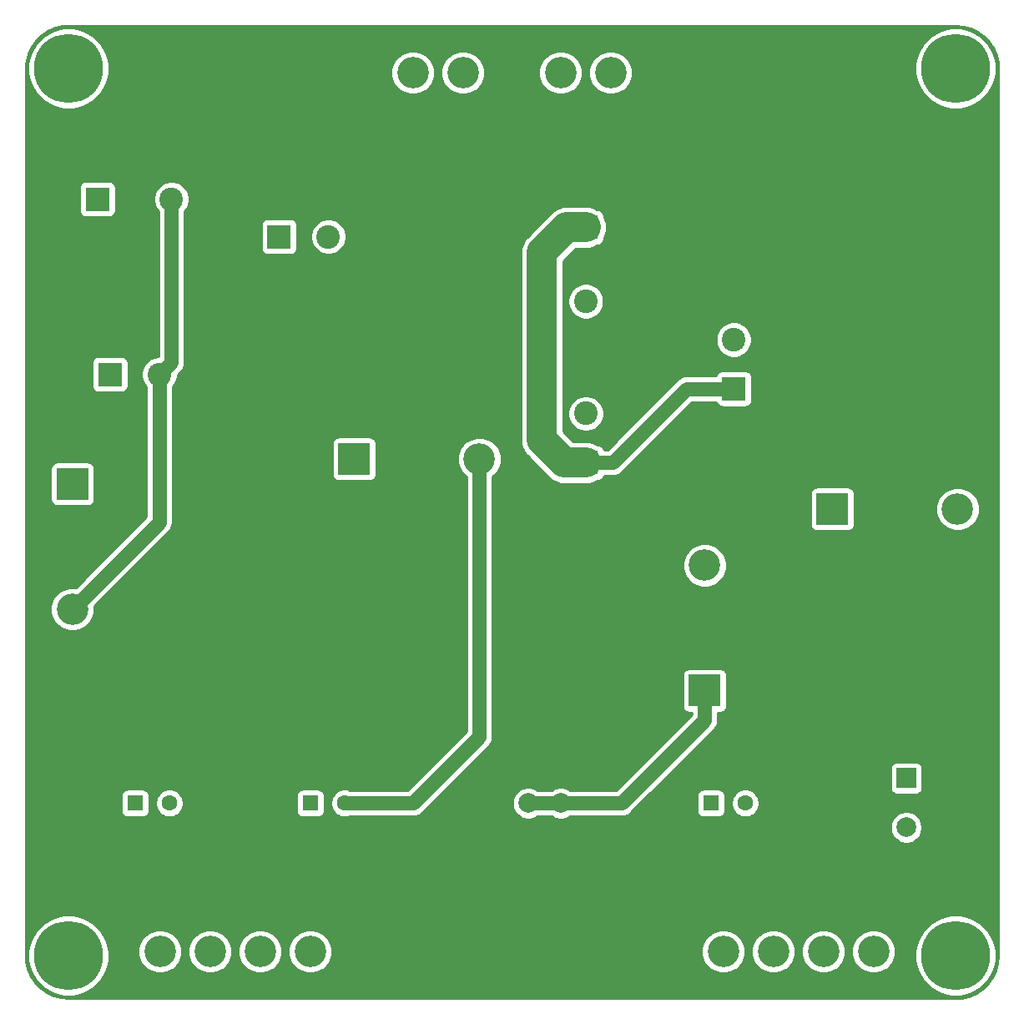
<source format=gbr>
G04 #@! TF.GenerationSoftware,KiCad,Pcbnew,(5.1.5)-3*
G04 #@! TF.CreationDate,2020-04-21T19:46:43+02:00*
G04 #@! TF.ProjectId,PowerSupply_v2,506f7765-7253-4757-9070-6c795f76322e,rev?*
G04 #@! TF.SameCoordinates,Original*
G04 #@! TF.FileFunction,Copper,L2,Bot*
G04 #@! TF.FilePolarity,Positive*
%FSLAX46Y46*%
G04 Gerber Fmt 4.6, Leading zero omitted, Abs format (unit mm)*
G04 Created by KiCad (PCBNEW (5.1.5)-3) date 2020-04-21 19:46:43*
%MOMM*%
%LPD*%
G04 APERTURE LIST*
%ADD10C,7.000000*%
%ADD11C,2.400000*%
%ADD12R,2.400000X2.400000*%
%ADD13R,1.600000X1.600000*%
%ADD14C,1.600000*%
%ADD15R,2.000000X2.000000*%
%ADD16C,2.000000*%
%ADD17R,3.200000X3.200000*%
%ADD18O,3.200000X3.200000*%
%ADD19C,3.200000*%
%ADD20C,1.397000*%
%ADD21C,3.048000*%
%ADD22C,0.254000*%
G04 APERTURE END LIST*
D10*
X105000000Y-145000000D03*
X105000000Y-55000000D03*
X195000000Y-55000000D03*
X195000000Y-145000000D03*
D11*
X115450000Y-68250050D03*
D12*
X107950000Y-68250050D03*
X157480000Y-71120000D03*
D11*
X157480000Y-78620000D03*
X114220000Y-86030050D03*
D12*
X109220000Y-86030050D03*
D11*
X157500000Y-90000000D03*
D12*
X157500000Y-95000000D03*
D13*
X111760000Y-129540000D03*
D14*
X115260000Y-129540000D03*
D13*
X170180000Y-129540000D03*
D14*
X173680000Y-129540000D03*
D12*
X172500000Y-87500000D03*
D11*
X172500000Y-82500000D03*
D12*
X126365000Y-72060050D03*
D11*
X131365000Y-72060050D03*
D15*
X190000000Y-127000000D03*
D16*
X190000000Y-132000000D03*
D14*
X133040000Y-129540000D03*
D13*
X129540000Y-129540000D03*
D17*
X105410000Y-97155000D03*
D18*
X105410000Y-109855000D03*
D17*
X169545000Y-118110000D03*
D18*
X169545000Y-105410000D03*
X195200000Y-99695000D03*
D17*
X182500000Y-99695000D03*
D18*
X146685000Y-94615000D03*
D17*
X133985000Y-94615000D03*
D19*
X139954000Y-55423050D03*
X145034000Y-55423050D03*
X160020000Y-55423050D03*
X154940000Y-55423050D03*
X186690000Y-144577050D03*
X181610000Y-144577050D03*
X171450000Y-144577050D03*
X176530000Y-144577050D03*
X119380000Y-144577050D03*
X114300000Y-144577050D03*
X124460000Y-144577050D03*
X129540000Y-144577050D03*
D16*
X151638000Y-129540000D03*
X154940000Y-129540000D03*
D20*
X115450000Y-84800050D02*
X114220000Y-86030050D01*
X115450000Y-68250050D02*
X115450000Y-84800050D01*
X146685000Y-94615000D02*
X146685000Y-122809000D01*
X139954000Y-129540000D02*
X133040000Y-129540000D01*
X146685000Y-122809000D02*
X139954000Y-129540000D01*
X114220000Y-101045000D02*
X105410000Y-109855000D01*
X114220000Y-86030050D02*
X114220000Y-101045000D01*
D21*
X155325000Y-95000000D02*
X157500000Y-95000000D01*
X153035000Y-92710000D02*
X155325000Y-95000000D01*
X153035000Y-73660000D02*
X153035000Y-92710000D01*
X157480000Y-71120000D02*
X155575000Y-71120000D01*
X155575000Y-71120000D02*
X153035000Y-73660000D01*
D20*
X157500000Y-95000000D02*
X160224000Y-95000000D01*
X167724000Y-87500000D02*
X172500000Y-87500000D01*
X160224000Y-95000000D02*
X167724000Y-87500000D01*
X154940000Y-129540000D02*
X151638000Y-129540000D01*
X169545000Y-121107000D02*
X169545000Y-118110000D01*
X161112000Y-129540000D02*
X169545000Y-121107000D01*
X154940000Y-129540000D02*
X161112000Y-129540000D01*
D22*
G36*
X194970888Y-50660025D02*
G01*
X195768083Y-50731173D01*
X196511891Y-50934656D01*
X197207905Y-51266638D01*
X197834130Y-51716626D01*
X198370777Y-52270403D01*
X198800871Y-52910451D01*
X199110829Y-53616553D01*
X199292065Y-54371457D01*
X199340000Y-55024208D01*
X199340101Y-144969477D01*
X199268827Y-145768083D01*
X199065344Y-146511890D01*
X198733363Y-147207904D01*
X198283374Y-147834130D01*
X197729597Y-148370777D01*
X197089549Y-148800871D01*
X196383447Y-149110829D01*
X195628543Y-149292065D01*
X194975793Y-149340000D01*
X105029392Y-149340000D01*
X104231917Y-149268827D01*
X103488110Y-149065344D01*
X102792096Y-148733363D01*
X102165870Y-148283374D01*
X101629223Y-147729597D01*
X101199129Y-147089549D01*
X100889171Y-146383447D01*
X100707935Y-145628543D01*
X100660000Y-144975793D01*
X100660000Y-144592738D01*
X100865000Y-144592738D01*
X100865000Y-145407262D01*
X101023906Y-146206135D01*
X101335611Y-146958657D01*
X101788136Y-147635909D01*
X102364091Y-148211864D01*
X103041343Y-148664389D01*
X103793865Y-148976094D01*
X104592738Y-149135000D01*
X105407262Y-149135000D01*
X106206135Y-148976094D01*
X106958657Y-148664389D01*
X107635909Y-148211864D01*
X108211864Y-147635909D01*
X108664389Y-146958657D01*
X108976094Y-146206135D01*
X109135000Y-145407262D01*
X109135000Y-144592738D01*
X109088094Y-144356922D01*
X112065000Y-144356922D01*
X112065000Y-144797178D01*
X112150890Y-145228975D01*
X112319369Y-145635719D01*
X112563962Y-146001779D01*
X112875271Y-146313088D01*
X113241331Y-146557681D01*
X113648075Y-146726160D01*
X114079872Y-146812050D01*
X114520128Y-146812050D01*
X114951925Y-146726160D01*
X115358669Y-146557681D01*
X115724729Y-146313088D01*
X116036038Y-146001779D01*
X116280631Y-145635719D01*
X116449110Y-145228975D01*
X116535000Y-144797178D01*
X116535000Y-144356922D01*
X117145000Y-144356922D01*
X117145000Y-144797178D01*
X117230890Y-145228975D01*
X117399369Y-145635719D01*
X117643962Y-146001779D01*
X117955271Y-146313088D01*
X118321331Y-146557681D01*
X118728075Y-146726160D01*
X119159872Y-146812050D01*
X119600128Y-146812050D01*
X120031925Y-146726160D01*
X120438669Y-146557681D01*
X120804729Y-146313088D01*
X121116038Y-146001779D01*
X121360631Y-145635719D01*
X121529110Y-145228975D01*
X121615000Y-144797178D01*
X121615000Y-144356922D01*
X122225000Y-144356922D01*
X122225000Y-144797178D01*
X122310890Y-145228975D01*
X122479369Y-145635719D01*
X122723962Y-146001779D01*
X123035271Y-146313088D01*
X123401331Y-146557681D01*
X123808075Y-146726160D01*
X124239872Y-146812050D01*
X124680128Y-146812050D01*
X125111925Y-146726160D01*
X125518669Y-146557681D01*
X125884729Y-146313088D01*
X126196038Y-146001779D01*
X126440631Y-145635719D01*
X126609110Y-145228975D01*
X126695000Y-144797178D01*
X126695000Y-144356922D01*
X127305000Y-144356922D01*
X127305000Y-144797178D01*
X127390890Y-145228975D01*
X127559369Y-145635719D01*
X127803962Y-146001779D01*
X128115271Y-146313088D01*
X128481331Y-146557681D01*
X128888075Y-146726160D01*
X129319872Y-146812050D01*
X129760128Y-146812050D01*
X130191925Y-146726160D01*
X130598669Y-146557681D01*
X130964729Y-146313088D01*
X131276038Y-146001779D01*
X131520631Y-145635719D01*
X131689110Y-145228975D01*
X131775000Y-144797178D01*
X131775000Y-144356922D01*
X169215000Y-144356922D01*
X169215000Y-144797178D01*
X169300890Y-145228975D01*
X169469369Y-145635719D01*
X169713962Y-146001779D01*
X170025271Y-146313088D01*
X170391331Y-146557681D01*
X170798075Y-146726160D01*
X171229872Y-146812050D01*
X171670128Y-146812050D01*
X172101925Y-146726160D01*
X172508669Y-146557681D01*
X172874729Y-146313088D01*
X173186038Y-146001779D01*
X173430631Y-145635719D01*
X173599110Y-145228975D01*
X173685000Y-144797178D01*
X173685000Y-144356922D01*
X174295000Y-144356922D01*
X174295000Y-144797178D01*
X174380890Y-145228975D01*
X174549369Y-145635719D01*
X174793962Y-146001779D01*
X175105271Y-146313088D01*
X175471331Y-146557681D01*
X175878075Y-146726160D01*
X176309872Y-146812050D01*
X176750128Y-146812050D01*
X177181925Y-146726160D01*
X177588669Y-146557681D01*
X177954729Y-146313088D01*
X178266038Y-146001779D01*
X178510631Y-145635719D01*
X178679110Y-145228975D01*
X178765000Y-144797178D01*
X178765000Y-144356922D01*
X179375000Y-144356922D01*
X179375000Y-144797178D01*
X179460890Y-145228975D01*
X179629369Y-145635719D01*
X179873962Y-146001779D01*
X180185271Y-146313088D01*
X180551331Y-146557681D01*
X180958075Y-146726160D01*
X181389872Y-146812050D01*
X181830128Y-146812050D01*
X182261925Y-146726160D01*
X182668669Y-146557681D01*
X183034729Y-146313088D01*
X183346038Y-146001779D01*
X183590631Y-145635719D01*
X183759110Y-145228975D01*
X183845000Y-144797178D01*
X183845000Y-144356922D01*
X184455000Y-144356922D01*
X184455000Y-144797178D01*
X184540890Y-145228975D01*
X184709369Y-145635719D01*
X184953962Y-146001779D01*
X185265271Y-146313088D01*
X185631331Y-146557681D01*
X186038075Y-146726160D01*
X186469872Y-146812050D01*
X186910128Y-146812050D01*
X187341925Y-146726160D01*
X187748669Y-146557681D01*
X188114729Y-146313088D01*
X188426038Y-146001779D01*
X188670631Y-145635719D01*
X188839110Y-145228975D01*
X188925000Y-144797178D01*
X188925000Y-144592738D01*
X190865000Y-144592738D01*
X190865000Y-145407262D01*
X191023906Y-146206135D01*
X191335611Y-146958657D01*
X191788136Y-147635909D01*
X192364091Y-148211864D01*
X193041343Y-148664389D01*
X193793865Y-148976094D01*
X194592738Y-149135000D01*
X195407262Y-149135000D01*
X196206135Y-148976094D01*
X196958657Y-148664389D01*
X197635909Y-148211864D01*
X198211864Y-147635909D01*
X198664389Y-146958657D01*
X198976094Y-146206135D01*
X199135000Y-145407262D01*
X199135000Y-144592738D01*
X198976094Y-143793865D01*
X198664389Y-143041343D01*
X198211864Y-142364091D01*
X197635909Y-141788136D01*
X196958657Y-141335611D01*
X196206135Y-141023906D01*
X195407262Y-140865000D01*
X194592738Y-140865000D01*
X193793865Y-141023906D01*
X193041343Y-141335611D01*
X192364091Y-141788136D01*
X191788136Y-142364091D01*
X191335611Y-143041343D01*
X191023906Y-143793865D01*
X190865000Y-144592738D01*
X188925000Y-144592738D01*
X188925000Y-144356922D01*
X188839110Y-143925125D01*
X188670631Y-143518381D01*
X188426038Y-143152321D01*
X188114729Y-142841012D01*
X187748669Y-142596419D01*
X187341925Y-142427940D01*
X186910128Y-142342050D01*
X186469872Y-142342050D01*
X186038075Y-142427940D01*
X185631331Y-142596419D01*
X185265271Y-142841012D01*
X184953962Y-143152321D01*
X184709369Y-143518381D01*
X184540890Y-143925125D01*
X184455000Y-144356922D01*
X183845000Y-144356922D01*
X183759110Y-143925125D01*
X183590631Y-143518381D01*
X183346038Y-143152321D01*
X183034729Y-142841012D01*
X182668669Y-142596419D01*
X182261925Y-142427940D01*
X181830128Y-142342050D01*
X181389872Y-142342050D01*
X180958075Y-142427940D01*
X180551331Y-142596419D01*
X180185271Y-142841012D01*
X179873962Y-143152321D01*
X179629369Y-143518381D01*
X179460890Y-143925125D01*
X179375000Y-144356922D01*
X178765000Y-144356922D01*
X178679110Y-143925125D01*
X178510631Y-143518381D01*
X178266038Y-143152321D01*
X177954729Y-142841012D01*
X177588669Y-142596419D01*
X177181925Y-142427940D01*
X176750128Y-142342050D01*
X176309872Y-142342050D01*
X175878075Y-142427940D01*
X175471331Y-142596419D01*
X175105271Y-142841012D01*
X174793962Y-143152321D01*
X174549369Y-143518381D01*
X174380890Y-143925125D01*
X174295000Y-144356922D01*
X173685000Y-144356922D01*
X173599110Y-143925125D01*
X173430631Y-143518381D01*
X173186038Y-143152321D01*
X172874729Y-142841012D01*
X172508669Y-142596419D01*
X172101925Y-142427940D01*
X171670128Y-142342050D01*
X171229872Y-142342050D01*
X170798075Y-142427940D01*
X170391331Y-142596419D01*
X170025271Y-142841012D01*
X169713962Y-143152321D01*
X169469369Y-143518381D01*
X169300890Y-143925125D01*
X169215000Y-144356922D01*
X131775000Y-144356922D01*
X131689110Y-143925125D01*
X131520631Y-143518381D01*
X131276038Y-143152321D01*
X130964729Y-142841012D01*
X130598669Y-142596419D01*
X130191925Y-142427940D01*
X129760128Y-142342050D01*
X129319872Y-142342050D01*
X128888075Y-142427940D01*
X128481331Y-142596419D01*
X128115271Y-142841012D01*
X127803962Y-143152321D01*
X127559369Y-143518381D01*
X127390890Y-143925125D01*
X127305000Y-144356922D01*
X126695000Y-144356922D01*
X126609110Y-143925125D01*
X126440631Y-143518381D01*
X126196038Y-143152321D01*
X125884729Y-142841012D01*
X125518669Y-142596419D01*
X125111925Y-142427940D01*
X124680128Y-142342050D01*
X124239872Y-142342050D01*
X123808075Y-142427940D01*
X123401331Y-142596419D01*
X123035271Y-142841012D01*
X122723962Y-143152321D01*
X122479369Y-143518381D01*
X122310890Y-143925125D01*
X122225000Y-144356922D01*
X121615000Y-144356922D01*
X121529110Y-143925125D01*
X121360631Y-143518381D01*
X121116038Y-143152321D01*
X120804729Y-142841012D01*
X120438669Y-142596419D01*
X120031925Y-142427940D01*
X119600128Y-142342050D01*
X119159872Y-142342050D01*
X118728075Y-142427940D01*
X118321331Y-142596419D01*
X117955271Y-142841012D01*
X117643962Y-143152321D01*
X117399369Y-143518381D01*
X117230890Y-143925125D01*
X117145000Y-144356922D01*
X116535000Y-144356922D01*
X116449110Y-143925125D01*
X116280631Y-143518381D01*
X116036038Y-143152321D01*
X115724729Y-142841012D01*
X115358669Y-142596419D01*
X114951925Y-142427940D01*
X114520128Y-142342050D01*
X114079872Y-142342050D01*
X113648075Y-142427940D01*
X113241331Y-142596419D01*
X112875271Y-142841012D01*
X112563962Y-143152321D01*
X112319369Y-143518381D01*
X112150890Y-143925125D01*
X112065000Y-144356922D01*
X109088094Y-144356922D01*
X108976094Y-143793865D01*
X108664389Y-143041343D01*
X108211864Y-142364091D01*
X107635909Y-141788136D01*
X106958657Y-141335611D01*
X106206135Y-141023906D01*
X105407262Y-140865000D01*
X104592738Y-140865000D01*
X103793865Y-141023906D01*
X103041343Y-141335611D01*
X102364091Y-141788136D01*
X101788136Y-142364091D01*
X101335611Y-143041343D01*
X101023906Y-143793865D01*
X100865000Y-144592738D01*
X100660000Y-144592738D01*
X100660000Y-131838967D01*
X188365000Y-131838967D01*
X188365000Y-132161033D01*
X188427832Y-132476912D01*
X188551082Y-132774463D01*
X188730013Y-133042252D01*
X188957748Y-133269987D01*
X189225537Y-133448918D01*
X189523088Y-133572168D01*
X189838967Y-133635000D01*
X190161033Y-133635000D01*
X190476912Y-133572168D01*
X190774463Y-133448918D01*
X191042252Y-133269987D01*
X191269987Y-133042252D01*
X191448918Y-132774463D01*
X191572168Y-132476912D01*
X191635000Y-132161033D01*
X191635000Y-131838967D01*
X191572168Y-131523088D01*
X191448918Y-131225537D01*
X191269987Y-130957748D01*
X191042252Y-130730013D01*
X190774463Y-130551082D01*
X190476912Y-130427832D01*
X190161033Y-130365000D01*
X189838967Y-130365000D01*
X189523088Y-130427832D01*
X189225537Y-130551082D01*
X188957748Y-130730013D01*
X188730013Y-130957748D01*
X188551082Y-131225537D01*
X188427832Y-131523088D01*
X188365000Y-131838967D01*
X100660000Y-131838967D01*
X100660000Y-128740000D01*
X110321928Y-128740000D01*
X110321928Y-130340000D01*
X110334188Y-130464482D01*
X110370498Y-130584180D01*
X110429463Y-130694494D01*
X110508815Y-130791185D01*
X110605506Y-130870537D01*
X110715820Y-130929502D01*
X110835518Y-130965812D01*
X110960000Y-130978072D01*
X112560000Y-130978072D01*
X112684482Y-130965812D01*
X112804180Y-130929502D01*
X112914494Y-130870537D01*
X113011185Y-130791185D01*
X113090537Y-130694494D01*
X113149502Y-130584180D01*
X113185812Y-130464482D01*
X113198072Y-130340000D01*
X113198072Y-129398665D01*
X113825000Y-129398665D01*
X113825000Y-129681335D01*
X113880147Y-129958574D01*
X113988320Y-130219727D01*
X114145363Y-130454759D01*
X114345241Y-130654637D01*
X114580273Y-130811680D01*
X114841426Y-130919853D01*
X115118665Y-130975000D01*
X115401335Y-130975000D01*
X115678574Y-130919853D01*
X115939727Y-130811680D01*
X116174759Y-130654637D01*
X116374637Y-130454759D01*
X116531680Y-130219727D01*
X116639853Y-129958574D01*
X116695000Y-129681335D01*
X116695000Y-129398665D01*
X116639853Y-129121426D01*
X116531680Y-128860273D01*
X116451317Y-128740000D01*
X128101928Y-128740000D01*
X128101928Y-130340000D01*
X128114188Y-130464482D01*
X128150498Y-130584180D01*
X128209463Y-130694494D01*
X128288815Y-130791185D01*
X128385506Y-130870537D01*
X128495820Y-130929502D01*
X128615518Y-130965812D01*
X128740000Y-130978072D01*
X130340000Y-130978072D01*
X130464482Y-130965812D01*
X130584180Y-130929502D01*
X130694494Y-130870537D01*
X130791185Y-130791185D01*
X130870537Y-130694494D01*
X130929502Y-130584180D01*
X130965812Y-130464482D01*
X130978072Y-130340000D01*
X130978072Y-129398665D01*
X131605000Y-129398665D01*
X131605000Y-129681335D01*
X131660147Y-129958574D01*
X131768320Y-130219727D01*
X131925363Y-130454759D01*
X132125241Y-130654637D01*
X132360273Y-130811680D01*
X132621426Y-130919853D01*
X132898665Y-130975000D01*
X133181335Y-130975000D01*
X133458574Y-130919853D01*
X133570480Y-130873500D01*
X139888503Y-130873500D01*
X139954000Y-130879951D01*
X140019497Y-130873500D01*
X140019508Y-130873500D01*
X140215412Y-130854205D01*
X140466777Y-130777954D01*
X140698437Y-130654129D01*
X140901489Y-130487489D01*
X140943250Y-130436603D01*
X142000886Y-129378967D01*
X150003000Y-129378967D01*
X150003000Y-129701033D01*
X150065832Y-130016912D01*
X150189082Y-130314463D01*
X150368013Y-130582252D01*
X150595748Y-130809987D01*
X150863537Y-130988918D01*
X151161088Y-131112168D01*
X151476967Y-131175000D01*
X151799033Y-131175000D01*
X152114912Y-131112168D01*
X152412463Y-130988918D01*
X152585198Y-130873500D01*
X153992802Y-130873500D01*
X154165537Y-130988918D01*
X154463088Y-131112168D01*
X154778967Y-131175000D01*
X155101033Y-131175000D01*
X155416912Y-131112168D01*
X155714463Y-130988918D01*
X155887198Y-130873500D01*
X161046503Y-130873500D01*
X161112000Y-130879951D01*
X161177497Y-130873500D01*
X161177508Y-130873500D01*
X161373412Y-130854205D01*
X161624777Y-130777954D01*
X161856437Y-130654129D01*
X162059489Y-130487489D01*
X162101250Y-130436603D01*
X163797853Y-128740000D01*
X168741928Y-128740000D01*
X168741928Y-130340000D01*
X168754188Y-130464482D01*
X168790498Y-130584180D01*
X168849463Y-130694494D01*
X168928815Y-130791185D01*
X169025506Y-130870537D01*
X169135820Y-130929502D01*
X169255518Y-130965812D01*
X169380000Y-130978072D01*
X170980000Y-130978072D01*
X171104482Y-130965812D01*
X171224180Y-130929502D01*
X171334494Y-130870537D01*
X171431185Y-130791185D01*
X171510537Y-130694494D01*
X171569502Y-130584180D01*
X171605812Y-130464482D01*
X171618072Y-130340000D01*
X171618072Y-129398665D01*
X172245000Y-129398665D01*
X172245000Y-129681335D01*
X172300147Y-129958574D01*
X172408320Y-130219727D01*
X172565363Y-130454759D01*
X172765241Y-130654637D01*
X173000273Y-130811680D01*
X173261426Y-130919853D01*
X173538665Y-130975000D01*
X173821335Y-130975000D01*
X174098574Y-130919853D01*
X174359727Y-130811680D01*
X174594759Y-130654637D01*
X174794637Y-130454759D01*
X174951680Y-130219727D01*
X175059853Y-129958574D01*
X175115000Y-129681335D01*
X175115000Y-129398665D01*
X175059853Y-129121426D01*
X174951680Y-128860273D01*
X174794637Y-128625241D01*
X174594759Y-128425363D01*
X174359727Y-128268320D01*
X174098574Y-128160147D01*
X173821335Y-128105000D01*
X173538665Y-128105000D01*
X173261426Y-128160147D01*
X173000273Y-128268320D01*
X172765241Y-128425363D01*
X172565363Y-128625241D01*
X172408320Y-128860273D01*
X172300147Y-129121426D01*
X172245000Y-129398665D01*
X171618072Y-129398665D01*
X171618072Y-128740000D01*
X171605812Y-128615518D01*
X171569502Y-128495820D01*
X171510537Y-128385506D01*
X171431185Y-128288815D01*
X171334494Y-128209463D01*
X171224180Y-128150498D01*
X171104482Y-128114188D01*
X170980000Y-128101928D01*
X169380000Y-128101928D01*
X169255518Y-128114188D01*
X169135820Y-128150498D01*
X169025506Y-128209463D01*
X168928815Y-128288815D01*
X168849463Y-128385506D01*
X168790498Y-128495820D01*
X168754188Y-128615518D01*
X168741928Y-128740000D01*
X163797853Y-128740000D01*
X166537853Y-126000000D01*
X188361928Y-126000000D01*
X188361928Y-128000000D01*
X188374188Y-128124482D01*
X188410498Y-128244180D01*
X188469463Y-128354494D01*
X188548815Y-128451185D01*
X188645506Y-128530537D01*
X188755820Y-128589502D01*
X188875518Y-128625812D01*
X189000000Y-128638072D01*
X191000000Y-128638072D01*
X191124482Y-128625812D01*
X191244180Y-128589502D01*
X191354494Y-128530537D01*
X191451185Y-128451185D01*
X191530537Y-128354494D01*
X191589502Y-128244180D01*
X191625812Y-128124482D01*
X191638072Y-128000000D01*
X191638072Y-126000000D01*
X191625812Y-125875518D01*
X191589502Y-125755820D01*
X191530537Y-125645506D01*
X191451185Y-125548815D01*
X191354494Y-125469463D01*
X191244180Y-125410498D01*
X191124482Y-125374188D01*
X191000000Y-125361928D01*
X189000000Y-125361928D01*
X188875518Y-125374188D01*
X188755820Y-125410498D01*
X188645506Y-125469463D01*
X188548815Y-125548815D01*
X188469463Y-125645506D01*
X188410498Y-125755820D01*
X188374188Y-125875518D01*
X188361928Y-126000000D01*
X166537853Y-126000000D01*
X170441610Y-122096244D01*
X170492489Y-122054489D01*
X170534245Y-122003609D01*
X170534248Y-122003606D01*
X170659129Y-121851438D01*
X170782953Y-121619778D01*
X170782954Y-121619777D01*
X170859205Y-121368412D01*
X170878500Y-121172508D01*
X170878500Y-121172498D01*
X170884951Y-121107000D01*
X170878500Y-121041503D01*
X170878500Y-120348072D01*
X171145000Y-120348072D01*
X171269482Y-120335812D01*
X171389180Y-120299502D01*
X171499494Y-120240537D01*
X171596185Y-120161185D01*
X171675537Y-120064494D01*
X171734502Y-119954180D01*
X171770812Y-119834482D01*
X171783072Y-119710000D01*
X171783072Y-116510000D01*
X171770812Y-116385518D01*
X171734502Y-116265820D01*
X171675537Y-116155506D01*
X171596185Y-116058815D01*
X171499494Y-115979463D01*
X171389180Y-115920498D01*
X171269482Y-115884188D01*
X171145000Y-115871928D01*
X167945000Y-115871928D01*
X167820518Y-115884188D01*
X167700820Y-115920498D01*
X167590506Y-115979463D01*
X167493815Y-116058815D01*
X167414463Y-116155506D01*
X167355498Y-116265820D01*
X167319188Y-116385518D01*
X167306928Y-116510000D01*
X167306928Y-119710000D01*
X167319188Y-119834482D01*
X167355498Y-119954180D01*
X167414463Y-120064494D01*
X167493815Y-120161185D01*
X167590506Y-120240537D01*
X167700820Y-120299502D01*
X167820518Y-120335812D01*
X167945000Y-120348072D01*
X168211500Y-120348072D01*
X168211500Y-120554646D01*
X160559647Y-128206500D01*
X155887198Y-128206500D01*
X155714463Y-128091082D01*
X155416912Y-127967832D01*
X155101033Y-127905000D01*
X154778967Y-127905000D01*
X154463088Y-127967832D01*
X154165537Y-128091082D01*
X153992802Y-128206500D01*
X152585198Y-128206500D01*
X152412463Y-128091082D01*
X152114912Y-127967832D01*
X151799033Y-127905000D01*
X151476967Y-127905000D01*
X151161088Y-127967832D01*
X150863537Y-128091082D01*
X150595748Y-128270013D01*
X150368013Y-128497748D01*
X150189082Y-128765537D01*
X150065832Y-129063088D01*
X150003000Y-129378967D01*
X142000886Y-129378967D01*
X147581609Y-123798245D01*
X147632489Y-123756489D01*
X147674247Y-123705607D01*
X147799129Y-123553438D01*
X147922953Y-123321778D01*
X147922954Y-123321777D01*
X147999205Y-123070412D01*
X148018500Y-122874508D01*
X148018500Y-122874499D01*
X148024951Y-122809001D01*
X148018500Y-122743503D01*
X148018500Y-105189872D01*
X167310000Y-105189872D01*
X167310000Y-105630128D01*
X167395890Y-106061925D01*
X167564369Y-106468669D01*
X167808962Y-106834729D01*
X168120271Y-107146038D01*
X168486331Y-107390631D01*
X168893075Y-107559110D01*
X169324872Y-107645000D01*
X169765128Y-107645000D01*
X170196925Y-107559110D01*
X170603669Y-107390631D01*
X170969729Y-107146038D01*
X171281038Y-106834729D01*
X171525631Y-106468669D01*
X171694110Y-106061925D01*
X171780000Y-105630128D01*
X171780000Y-105189872D01*
X171694110Y-104758075D01*
X171525631Y-104351331D01*
X171281038Y-103985271D01*
X170969729Y-103673962D01*
X170603669Y-103429369D01*
X170196925Y-103260890D01*
X169765128Y-103175000D01*
X169324872Y-103175000D01*
X168893075Y-103260890D01*
X168486331Y-103429369D01*
X168120271Y-103673962D01*
X167808962Y-103985271D01*
X167564369Y-104351331D01*
X167395890Y-104758075D01*
X167310000Y-105189872D01*
X148018500Y-105189872D01*
X148018500Y-98095000D01*
X180261928Y-98095000D01*
X180261928Y-101295000D01*
X180274188Y-101419482D01*
X180310498Y-101539180D01*
X180369463Y-101649494D01*
X180448815Y-101746185D01*
X180545506Y-101825537D01*
X180655820Y-101884502D01*
X180775518Y-101920812D01*
X180900000Y-101933072D01*
X184100000Y-101933072D01*
X184224482Y-101920812D01*
X184344180Y-101884502D01*
X184454494Y-101825537D01*
X184551185Y-101746185D01*
X184630537Y-101649494D01*
X184689502Y-101539180D01*
X184725812Y-101419482D01*
X184738072Y-101295000D01*
X184738072Y-99474872D01*
X192965000Y-99474872D01*
X192965000Y-99915128D01*
X193050890Y-100346925D01*
X193219369Y-100753669D01*
X193463962Y-101119729D01*
X193775271Y-101431038D01*
X194141331Y-101675631D01*
X194548075Y-101844110D01*
X194979872Y-101930000D01*
X195420128Y-101930000D01*
X195851925Y-101844110D01*
X196258669Y-101675631D01*
X196624729Y-101431038D01*
X196936038Y-101119729D01*
X197180631Y-100753669D01*
X197349110Y-100346925D01*
X197435000Y-99915128D01*
X197435000Y-99474872D01*
X197349110Y-99043075D01*
X197180631Y-98636331D01*
X196936038Y-98270271D01*
X196624729Y-97958962D01*
X196258669Y-97714369D01*
X195851925Y-97545890D01*
X195420128Y-97460000D01*
X194979872Y-97460000D01*
X194548075Y-97545890D01*
X194141331Y-97714369D01*
X193775271Y-97958962D01*
X193463962Y-98270271D01*
X193219369Y-98636331D01*
X193050890Y-99043075D01*
X192965000Y-99474872D01*
X184738072Y-99474872D01*
X184738072Y-98095000D01*
X184725812Y-97970518D01*
X184689502Y-97850820D01*
X184630537Y-97740506D01*
X184551185Y-97643815D01*
X184454494Y-97564463D01*
X184344180Y-97505498D01*
X184224482Y-97469188D01*
X184100000Y-97456928D01*
X180900000Y-97456928D01*
X180775518Y-97469188D01*
X180655820Y-97505498D01*
X180545506Y-97564463D01*
X180448815Y-97643815D01*
X180369463Y-97740506D01*
X180310498Y-97850820D01*
X180274188Y-97970518D01*
X180261928Y-98095000D01*
X148018500Y-98095000D01*
X148018500Y-96411995D01*
X148109729Y-96351038D01*
X148421038Y-96039729D01*
X148665631Y-95673669D01*
X148834110Y-95266925D01*
X148920000Y-94835128D01*
X148920000Y-94394872D01*
X148834110Y-93963075D01*
X148665631Y-93556331D01*
X148421038Y-93190271D01*
X148109729Y-92878962D01*
X147743669Y-92634369D01*
X147336925Y-92465890D01*
X146905128Y-92380000D01*
X146464872Y-92380000D01*
X146033075Y-92465890D01*
X145626331Y-92634369D01*
X145260271Y-92878962D01*
X144948962Y-93190271D01*
X144704369Y-93556331D01*
X144535890Y-93963075D01*
X144450000Y-94394872D01*
X144450000Y-94835128D01*
X144535890Y-95266925D01*
X144704369Y-95673669D01*
X144948962Y-96039729D01*
X145260271Y-96351038D01*
X145351500Y-96411995D01*
X145351501Y-122256645D01*
X139401647Y-128206500D01*
X133570480Y-128206500D01*
X133458574Y-128160147D01*
X133181335Y-128105000D01*
X132898665Y-128105000D01*
X132621426Y-128160147D01*
X132360273Y-128268320D01*
X132125241Y-128425363D01*
X131925363Y-128625241D01*
X131768320Y-128860273D01*
X131660147Y-129121426D01*
X131605000Y-129398665D01*
X130978072Y-129398665D01*
X130978072Y-128740000D01*
X130965812Y-128615518D01*
X130929502Y-128495820D01*
X130870537Y-128385506D01*
X130791185Y-128288815D01*
X130694494Y-128209463D01*
X130584180Y-128150498D01*
X130464482Y-128114188D01*
X130340000Y-128101928D01*
X128740000Y-128101928D01*
X128615518Y-128114188D01*
X128495820Y-128150498D01*
X128385506Y-128209463D01*
X128288815Y-128288815D01*
X128209463Y-128385506D01*
X128150498Y-128495820D01*
X128114188Y-128615518D01*
X128101928Y-128740000D01*
X116451317Y-128740000D01*
X116374637Y-128625241D01*
X116174759Y-128425363D01*
X115939727Y-128268320D01*
X115678574Y-128160147D01*
X115401335Y-128105000D01*
X115118665Y-128105000D01*
X114841426Y-128160147D01*
X114580273Y-128268320D01*
X114345241Y-128425363D01*
X114145363Y-128625241D01*
X113988320Y-128860273D01*
X113880147Y-129121426D01*
X113825000Y-129398665D01*
X113198072Y-129398665D01*
X113198072Y-128740000D01*
X113185812Y-128615518D01*
X113149502Y-128495820D01*
X113090537Y-128385506D01*
X113011185Y-128288815D01*
X112914494Y-128209463D01*
X112804180Y-128150498D01*
X112684482Y-128114188D01*
X112560000Y-128101928D01*
X110960000Y-128101928D01*
X110835518Y-128114188D01*
X110715820Y-128150498D01*
X110605506Y-128209463D01*
X110508815Y-128288815D01*
X110429463Y-128385506D01*
X110370498Y-128495820D01*
X110334188Y-128615518D01*
X110321928Y-128740000D01*
X100660000Y-128740000D01*
X100660000Y-109634872D01*
X103175000Y-109634872D01*
X103175000Y-110075128D01*
X103260890Y-110506925D01*
X103429369Y-110913669D01*
X103673962Y-111279729D01*
X103985271Y-111591038D01*
X104351331Y-111835631D01*
X104758075Y-112004110D01*
X105189872Y-112090000D01*
X105630128Y-112090000D01*
X106061925Y-112004110D01*
X106468669Y-111835631D01*
X106834729Y-111591038D01*
X107146038Y-111279729D01*
X107390631Y-110913669D01*
X107559110Y-110506925D01*
X107645000Y-110075128D01*
X107645000Y-109634872D01*
X107623594Y-109527259D01*
X115116609Y-102034245D01*
X115167489Y-101992489D01*
X115209247Y-101941607D01*
X115334129Y-101789438D01*
X115457953Y-101557778D01*
X115457954Y-101557777D01*
X115534205Y-101306412D01*
X115553500Y-101110508D01*
X115553500Y-101110499D01*
X115559951Y-101045001D01*
X115553500Y-100979503D01*
X115553500Y-93015000D01*
X131746928Y-93015000D01*
X131746928Y-96215000D01*
X131759188Y-96339482D01*
X131795498Y-96459180D01*
X131854463Y-96569494D01*
X131933815Y-96666185D01*
X132030506Y-96745537D01*
X132140820Y-96804502D01*
X132260518Y-96840812D01*
X132385000Y-96853072D01*
X135585000Y-96853072D01*
X135709482Y-96840812D01*
X135829180Y-96804502D01*
X135939494Y-96745537D01*
X136036185Y-96666185D01*
X136115537Y-96569494D01*
X136174502Y-96459180D01*
X136210812Y-96339482D01*
X136223072Y-96215000D01*
X136223072Y-93015000D01*
X136210812Y-92890518D01*
X136174502Y-92770820D01*
X136115537Y-92660506D01*
X136036185Y-92563815D01*
X135939494Y-92484463D01*
X135829180Y-92425498D01*
X135709482Y-92389188D01*
X135585000Y-92376928D01*
X132385000Y-92376928D01*
X132260518Y-92389188D01*
X132140820Y-92425498D01*
X132030506Y-92484463D01*
X131933815Y-92563815D01*
X131854463Y-92660506D01*
X131795498Y-92770820D01*
X131759188Y-92890518D01*
X131746928Y-93015000D01*
X115553500Y-93015000D01*
X115553500Y-87291632D01*
X115645338Y-87199794D01*
X115846156Y-86899249D01*
X115984482Y-86565300D01*
X116055000Y-86210782D01*
X116055000Y-86080904D01*
X116346609Y-85789295D01*
X116397489Y-85747539D01*
X116439245Y-85696659D01*
X116439248Y-85696656D01*
X116564129Y-85544487D01*
X116687953Y-85312828D01*
X116687954Y-85312827D01*
X116764205Y-85061462D01*
X116783500Y-84865558D01*
X116783500Y-84865555D01*
X116789952Y-84800050D01*
X116783500Y-84734545D01*
X116783500Y-70860050D01*
X124526928Y-70860050D01*
X124526928Y-73260050D01*
X124539188Y-73384532D01*
X124575498Y-73504230D01*
X124634463Y-73614544D01*
X124713815Y-73711235D01*
X124810506Y-73790587D01*
X124920820Y-73849552D01*
X125040518Y-73885862D01*
X125165000Y-73898122D01*
X127565000Y-73898122D01*
X127689482Y-73885862D01*
X127809180Y-73849552D01*
X127919494Y-73790587D01*
X128016185Y-73711235D01*
X128095537Y-73614544D01*
X128154502Y-73504230D01*
X128190812Y-73384532D01*
X128203072Y-73260050D01*
X128203072Y-71879318D01*
X129530000Y-71879318D01*
X129530000Y-72240782D01*
X129600518Y-72595300D01*
X129738844Y-72929249D01*
X129939662Y-73229794D01*
X130195256Y-73485388D01*
X130495801Y-73686206D01*
X130829750Y-73824532D01*
X131184268Y-73895050D01*
X131545732Y-73895050D01*
X131900250Y-73824532D01*
X132234199Y-73686206D01*
X132273419Y-73660000D01*
X150865554Y-73660000D01*
X150876000Y-73766058D01*
X150876001Y-92603932D01*
X150865554Y-92710000D01*
X150903407Y-93094325D01*
X150907240Y-93133238D01*
X151001966Y-93445506D01*
X151030694Y-93540211D01*
X151231172Y-93915279D01*
X151384593Y-94102223D01*
X151500971Y-94244030D01*
X151583353Y-94311639D01*
X153723360Y-96451647D01*
X153790970Y-96534030D01*
X154119720Y-96803828D01*
X154494789Y-97004307D01*
X154901762Y-97127761D01*
X155218939Y-97159000D01*
X155218949Y-97159000D01*
X155324999Y-97169445D01*
X155431050Y-97159000D01*
X157606061Y-97159000D01*
X157923238Y-97127761D01*
X158330211Y-97004307D01*
X158641214Y-96838072D01*
X158700000Y-96838072D01*
X158824482Y-96825812D01*
X158944180Y-96789502D01*
X159054494Y-96730537D01*
X159151185Y-96651185D01*
X159230537Y-96554494D01*
X159289502Y-96444180D01*
X159323076Y-96333500D01*
X160158503Y-96333500D01*
X160224000Y-96339951D01*
X160289497Y-96333500D01*
X160289508Y-96333500D01*
X160485412Y-96314205D01*
X160736777Y-96237954D01*
X160968437Y-96114129D01*
X161171489Y-95947489D01*
X161213250Y-95896603D01*
X168276354Y-88833500D01*
X170676924Y-88833500D01*
X170710498Y-88944180D01*
X170769463Y-89054494D01*
X170848815Y-89151185D01*
X170945506Y-89230537D01*
X171055820Y-89289502D01*
X171175518Y-89325812D01*
X171300000Y-89338072D01*
X173700000Y-89338072D01*
X173824482Y-89325812D01*
X173944180Y-89289502D01*
X174054494Y-89230537D01*
X174151185Y-89151185D01*
X174230537Y-89054494D01*
X174289502Y-88944180D01*
X174325812Y-88824482D01*
X174338072Y-88700000D01*
X174338072Y-86300000D01*
X174325812Y-86175518D01*
X174289502Y-86055820D01*
X174230537Y-85945506D01*
X174151185Y-85848815D01*
X174054494Y-85769463D01*
X173944180Y-85710498D01*
X173824482Y-85674188D01*
X173700000Y-85661928D01*
X171300000Y-85661928D01*
X171175518Y-85674188D01*
X171055820Y-85710498D01*
X170945506Y-85769463D01*
X170848815Y-85848815D01*
X170769463Y-85945506D01*
X170710498Y-86055820D01*
X170676924Y-86166500D01*
X167789497Y-86166500D01*
X167724000Y-86160049D01*
X167658502Y-86166500D01*
X167658492Y-86166500D01*
X167462588Y-86185795D01*
X167211223Y-86262046D01*
X166979563Y-86385871D01*
X166827394Y-86510752D01*
X166827391Y-86510755D01*
X166776511Y-86552511D01*
X166734755Y-86603391D01*
X159671647Y-93666500D01*
X159323076Y-93666500D01*
X159289502Y-93555820D01*
X159230537Y-93445506D01*
X159151185Y-93348815D01*
X159054494Y-93269463D01*
X158944180Y-93210498D01*
X158824482Y-93174188D01*
X158700000Y-93161928D01*
X158641214Y-93161928D01*
X158330211Y-92995693D01*
X157923238Y-92872239D01*
X157606061Y-92841000D01*
X156219287Y-92841000D01*
X155194000Y-91815714D01*
X155194000Y-89819268D01*
X155665000Y-89819268D01*
X155665000Y-90180732D01*
X155735518Y-90535250D01*
X155873844Y-90869199D01*
X156074662Y-91169744D01*
X156330256Y-91425338D01*
X156630801Y-91626156D01*
X156964750Y-91764482D01*
X157319268Y-91835000D01*
X157680732Y-91835000D01*
X158035250Y-91764482D01*
X158369199Y-91626156D01*
X158669744Y-91425338D01*
X158925338Y-91169744D01*
X159126156Y-90869199D01*
X159264482Y-90535250D01*
X159335000Y-90180732D01*
X159335000Y-89819268D01*
X159264482Y-89464750D01*
X159126156Y-89130801D01*
X158925338Y-88830256D01*
X158669744Y-88574662D01*
X158369199Y-88373844D01*
X158035250Y-88235518D01*
X157680732Y-88165000D01*
X157319268Y-88165000D01*
X156964750Y-88235518D01*
X156630801Y-88373844D01*
X156330256Y-88574662D01*
X156074662Y-88830256D01*
X155873844Y-89130801D01*
X155735518Y-89464750D01*
X155665000Y-89819268D01*
X155194000Y-89819268D01*
X155194000Y-82319268D01*
X170665000Y-82319268D01*
X170665000Y-82680732D01*
X170735518Y-83035250D01*
X170873844Y-83369199D01*
X171074662Y-83669744D01*
X171330256Y-83925338D01*
X171630801Y-84126156D01*
X171964750Y-84264482D01*
X172319268Y-84335000D01*
X172680732Y-84335000D01*
X173035250Y-84264482D01*
X173369199Y-84126156D01*
X173669744Y-83925338D01*
X173925338Y-83669744D01*
X174126156Y-83369199D01*
X174264482Y-83035250D01*
X174335000Y-82680732D01*
X174335000Y-82319268D01*
X174264482Y-81964750D01*
X174126156Y-81630801D01*
X173925338Y-81330256D01*
X173669744Y-81074662D01*
X173369199Y-80873844D01*
X173035250Y-80735518D01*
X172680732Y-80665000D01*
X172319268Y-80665000D01*
X171964750Y-80735518D01*
X171630801Y-80873844D01*
X171330256Y-81074662D01*
X171074662Y-81330256D01*
X170873844Y-81630801D01*
X170735518Y-81964750D01*
X170665000Y-82319268D01*
X155194000Y-82319268D01*
X155194000Y-78439268D01*
X155645000Y-78439268D01*
X155645000Y-78800732D01*
X155715518Y-79155250D01*
X155853844Y-79489199D01*
X156054662Y-79789744D01*
X156310256Y-80045338D01*
X156610801Y-80246156D01*
X156944750Y-80384482D01*
X157299268Y-80455000D01*
X157660732Y-80455000D01*
X158015250Y-80384482D01*
X158349199Y-80246156D01*
X158649744Y-80045338D01*
X158905338Y-79789744D01*
X159106156Y-79489199D01*
X159244482Y-79155250D01*
X159315000Y-78800732D01*
X159315000Y-78439268D01*
X159244482Y-78084750D01*
X159106156Y-77750801D01*
X158905338Y-77450256D01*
X158649744Y-77194662D01*
X158349199Y-76993844D01*
X158015250Y-76855518D01*
X157660732Y-76785000D01*
X157299268Y-76785000D01*
X156944750Y-76855518D01*
X156610801Y-76993844D01*
X156310256Y-77194662D01*
X156054662Y-77450256D01*
X155853844Y-77750801D01*
X155715518Y-78084750D01*
X155645000Y-78439268D01*
X155194000Y-78439268D01*
X155194000Y-74554286D01*
X156469287Y-73279000D01*
X157586061Y-73279000D01*
X157903238Y-73247761D01*
X158310211Y-73124307D01*
X158621214Y-72958072D01*
X158680000Y-72958072D01*
X158804482Y-72945812D01*
X158924180Y-72909502D01*
X159034494Y-72850537D01*
X159131185Y-72771185D01*
X159210537Y-72674494D01*
X159269502Y-72564180D01*
X159305812Y-72444482D01*
X159318072Y-72320000D01*
X159318072Y-72261214D01*
X159484307Y-71950211D01*
X159607761Y-71543238D01*
X159649446Y-71120000D01*
X159607761Y-70696762D01*
X159484307Y-70289789D01*
X159318072Y-69978786D01*
X159318072Y-69920000D01*
X159305812Y-69795518D01*
X159269502Y-69675820D01*
X159210537Y-69565506D01*
X159131185Y-69468815D01*
X159034494Y-69389463D01*
X158924180Y-69330498D01*
X158804482Y-69294188D01*
X158680000Y-69281928D01*
X158621214Y-69281928D01*
X158310211Y-69115693D01*
X157903238Y-68992239D01*
X157586061Y-68961000D01*
X155681050Y-68961000D01*
X155574999Y-68950555D01*
X155468949Y-68961000D01*
X155468939Y-68961000D01*
X155151762Y-68992239D01*
X154744789Y-69115693D01*
X154570198Y-69209014D01*
X154369719Y-69316172D01*
X154243456Y-69419794D01*
X154040970Y-69585970D01*
X153973360Y-69668353D01*
X151583358Y-72058356D01*
X151500970Y-72125970D01*
X151231172Y-72454720D01*
X151030693Y-72829790D01*
X150907239Y-73236763D01*
X150882752Y-73485388D01*
X150865554Y-73660000D01*
X132273419Y-73660000D01*
X132534744Y-73485388D01*
X132790338Y-73229794D01*
X132991156Y-72929249D01*
X133129482Y-72595300D01*
X133200000Y-72240782D01*
X133200000Y-71879318D01*
X133129482Y-71524800D01*
X132991156Y-71190851D01*
X132790338Y-70890306D01*
X132534744Y-70634712D01*
X132234199Y-70433894D01*
X131900250Y-70295568D01*
X131545732Y-70225050D01*
X131184268Y-70225050D01*
X130829750Y-70295568D01*
X130495801Y-70433894D01*
X130195256Y-70634712D01*
X129939662Y-70890306D01*
X129738844Y-71190851D01*
X129600518Y-71524800D01*
X129530000Y-71879318D01*
X128203072Y-71879318D01*
X128203072Y-70860050D01*
X128190812Y-70735568D01*
X128154502Y-70615870D01*
X128095537Y-70505556D01*
X128016185Y-70408865D01*
X127919494Y-70329513D01*
X127809180Y-70270548D01*
X127689482Y-70234238D01*
X127565000Y-70221978D01*
X125165000Y-70221978D01*
X125040518Y-70234238D01*
X124920820Y-70270548D01*
X124810506Y-70329513D01*
X124713815Y-70408865D01*
X124634463Y-70505556D01*
X124575498Y-70615870D01*
X124539188Y-70735568D01*
X124526928Y-70860050D01*
X116783500Y-70860050D01*
X116783500Y-69511632D01*
X116875338Y-69419794D01*
X117076156Y-69119249D01*
X117214482Y-68785300D01*
X117285000Y-68430782D01*
X117285000Y-68069318D01*
X117214482Y-67714800D01*
X117076156Y-67380851D01*
X116875338Y-67080306D01*
X116619744Y-66824712D01*
X116319199Y-66623894D01*
X115985250Y-66485568D01*
X115630732Y-66415050D01*
X115269268Y-66415050D01*
X114914750Y-66485568D01*
X114580801Y-66623894D01*
X114280256Y-66824712D01*
X114024662Y-67080306D01*
X113823844Y-67380851D01*
X113685518Y-67714800D01*
X113615000Y-68069318D01*
X113615000Y-68430782D01*
X113685518Y-68785300D01*
X113823844Y-69119249D01*
X114024662Y-69419794D01*
X114116500Y-69511632D01*
X114116501Y-84195050D01*
X114039268Y-84195050D01*
X113684750Y-84265568D01*
X113350801Y-84403894D01*
X113050256Y-84604712D01*
X112794662Y-84860306D01*
X112593844Y-85160851D01*
X112455518Y-85494800D01*
X112385000Y-85849318D01*
X112385000Y-86210782D01*
X112455518Y-86565300D01*
X112593844Y-86899249D01*
X112794662Y-87199794D01*
X112886500Y-87291632D01*
X112886501Y-100492645D01*
X105737741Y-107641406D01*
X105630128Y-107620000D01*
X105189872Y-107620000D01*
X104758075Y-107705890D01*
X104351331Y-107874369D01*
X103985271Y-108118962D01*
X103673962Y-108430271D01*
X103429369Y-108796331D01*
X103260890Y-109203075D01*
X103175000Y-109634872D01*
X100660000Y-109634872D01*
X100660000Y-95555000D01*
X103171928Y-95555000D01*
X103171928Y-98755000D01*
X103184188Y-98879482D01*
X103220498Y-98999180D01*
X103279463Y-99109494D01*
X103358815Y-99206185D01*
X103455506Y-99285537D01*
X103565820Y-99344502D01*
X103685518Y-99380812D01*
X103810000Y-99393072D01*
X107010000Y-99393072D01*
X107134482Y-99380812D01*
X107254180Y-99344502D01*
X107364494Y-99285537D01*
X107461185Y-99206185D01*
X107540537Y-99109494D01*
X107599502Y-98999180D01*
X107635812Y-98879482D01*
X107648072Y-98755000D01*
X107648072Y-95555000D01*
X107635812Y-95430518D01*
X107599502Y-95310820D01*
X107540537Y-95200506D01*
X107461185Y-95103815D01*
X107364494Y-95024463D01*
X107254180Y-94965498D01*
X107134482Y-94929188D01*
X107010000Y-94916928D01*
X103810000Y-94916928D01*
X103685518Y-94929188D01*
X103565820Y-94965498D01*
X103455506Y-95024463D01*
X103358815Y-95103815D01*
X103279463Y-95200506D01*
X103220498Y-95310820D01*
X103184188Y-95430518D01*
X103171928Y-95555000D01*
X100660000Y-95555000D01*
X100660000Y-84830050D01*
X107381928Y-84830050D01*
X107381928Y-87230050D01*
X107394188Y-87354532D01*
X107430498Y-87474230D01*
X107489463Y-87584544D01*
X107568815Y-87681235D01*
X107665506Y-87760587D01*
X107775820Y-87819552D01*
X107895518Y-87855862D01*
X108020000Y-87868122D01*
X110420000Y-87868122D01*
X110544482Y-87855862D01*
X110664180Y-87819552D01*
X110774494Y-87760587D01*
X110871185Y-87681235D01*
X110950537Y-87584544D01*
X111009502Y-87474230D01*
X111045812Y-87354532D01*
X111058072Y-87230050D01*
X111058072Y-84830050D01*
X111045812Y-84705568D01*
X111009502Y-84585870D01*
X110950537Y-84475556D01*
X110871185Y-84378865D01*
X110774494Y-84299513D01*
X110664180Y-84240548D01*
X110544482Y-84204238D01*
X110420000Y-84191978D01*
X108020000Y-84191978D01*
X107895518Y-84204238D01*
X107775820Y-84240548D01*
X107665506Y-84299513D01*
X107568815Y-84378865D01*
X107489463Y-84475556D01*
X107430498Y-84585870D01*
X107394188Y-84705568D01*
X107381928Y-84830050D01*
X100660000Y-84830050D01*
X100660000Y-67050050D01*
X106111928Y-67050050D01*
X106111928Y-69450050D01*
X106124188Y-69574532D01*
X106160498Y-69694230D01*
X106219463Y-69804544D01*
X106298815Y-69901235D01*
X106395506Y-69980587D01*
X106505820Y-70039552D01*
X106625518Y-70075862D01*
X106750000Y-70088122D01*
X109150000Y-70088122D01*
X109274482Y-70075862D01*
X109394180Y-70039552D01*
X109504494Y-69980587D01*
X109601185Y-69901235D01*
X109680537Y-69804544D01*
X109739502Y-69694230D01*
X109775812Y-69574532D01*
X109788072Y-69450050D01*
X109788072Y-67050050D01*
X109775812Y-66925568D01*
X109739502Y-66805870D01*
X109680537Y-66695556D01*
X109601185Y-66598865D01*
X109504494Y-66519513D01*
X109394180Y-66460548D01*
X109274482Y-66424238D01*
X109150000Y-66411978D01*
X106750000Y-66411978D01*
X106625518Y-66424238D01*
X106505820Y-66460548D01*
X106395506Y-66519513D01*
X106298815Y-66598865D01*
X106219463Y-66695556D01*
X106160498Y-66805870D01*
X106124188Y-66925568D01*
X106111928Y-67050050D01*
X100660000Y-67050050D01*
X100660000Y-55029392D01*
X100698970Y-54592738D01*
X100865000Y-54592738D01*
X100865000Y-55407262D01*
X101023906Y-56206135D01*
X101335611Y-56958657D01*
X101788136Y-57635909D01*
X102364091Y-58211864D01*
X103041343Y-58664389D01*
X103793865Y-58976094D01*
X104592738Y-59135000D01*
X105407262Y-59135000D01*
X106206135Y-58976094D01*
X106958657Y-58664389D01*
X107635909Y-58211864D01*
X108211864Y-57635909D01*
X108664389Y-56958657D01*
X108976094Y-56206135D01*
X109135000Y-55407262D01*
X109135000Y-55202922D01*
X137719000Y-55202922D01*
X137719000Y-55643178D01*
X137804890Y-56074975D01*
X137973369Y-56481719D01*
X138217962Y-56847779D01*
X138529271Y-57159088D01*
X138895331Y-57403681D01*
X139302075Y-57572160D01*
X139733872Y-57658050D01*
X140174128Y-57658050D01*
X140605925Y-57572160D01*
X141012669Y-57403681D01*
X141378729Y-57159088D01*
X141690038Y-56847779D01*
X141934631Y-56481719D01*
X142103110Y-56074975D01*
X142189000Y-55643178D01*
X142189000Y-55202922D01*
X142799000Y-55202922D01*
X142799000Y-55643178D01*
X142884890Y-56074975D01*
X143053369Y-56481719D01*
X143297962Y-56847779D01*
X143609271Y-57159088D01*
X143975331Y-57403681D01*
X144382075Y-57572160D01*
X144813872Y-57658050D01*
X145254128Y-57658050D01*
X145685925Y-57572160D01*
X146092669Y-57403681D01*
X146458729Y-57159088D01*
X146770038Y-56847779D01*
X147014631Y-56481719D01*
X147183110Y-56074975D01*
X147269000Y-55643178D01*
X147269000Y-55202922D01*
X152705000Y-55202922D01*
X152705000Y-55643178D01*
X152790890Y-56074975D01*
X152959369Y-56481719D01*
X153203962Y-56847779D01*
X153515271Y-57159088D01*
X153881331Y-57403681D01*
X154288075Y-57572160D01*
X154719872Y-57658050D01*
X155160128Y-57658050D01*
X155591925Y-57572160D01*
X155998669Y-57403681D01*
X156364729Y-57159088D01*
X156676038Y-56847779D01*
X156920631Y-56481719D01*
X157089110Y-56074975D01*
X157175000Y-55643178D01*
X157175000Y-55202922D01*
X157785000Y-55202922D01*
X157785000Y-55643178D01*
X157870890Y-56074975D01*
X158039369Y-56481719D01*
X158283962Y-56847779D01*
X158595271Y-57159088D01*
X158961331Y-57403681D01*
X159368075Y-57572160D01*
X159799872Y-57658050D01*
X160240128Y-57658050D01*
X160671925Y-57572160D01*
X161078669Y-57403681D01*
X161444729Y-57159088D01*
X161756038Y-56847779D01*
X162000631Y-56481719D01*
X162169110Y-56074975D01*
X162255000Y-55643178D01*
X162255000Y-55202922D01*
X162169110Y-54771125D01*
X162095220Y-54592738D01*
X190865000Y-54592738D01*
X190865000Y-55407262D01*
X191023906Y-56206135D01*
X191335611Y-56958657D01*
X191788136Y-57635909D01*
X192364091Y-58211864D01*
X193041343Y-58664389D01*
X193793865Y-58976094D01*
X194592738Y-59135000D01*
X195407262Y-59135000D01*
X196206135Y-58976094D01*
X196958657Y-58664389D01*
X197635909Y-58211864D01*
X198211864Y-57635909D01*
X198664389Y-56958657D01*
X198976094Y-56206135D01*
X199135000Y-55407262D01*
X199135000Y-54592738D01*
X198976094Y-53793865D01*
X198664389Y-53041343D01*
X198211864Y-52364091D01*
X197635909Y-51788136D01*
X196958657Y-51335611D01*
X196206135Y-51023906D01*
X195407262Y-50865000D01*
X194592738Y-50865000D01*
X193793865Y-51023906D01*
X193041343Y-51335611D01*
X192364091Y-51788136D01*
X191788136Y-52364091D01*
X191335611Y-53041343D01*
X191023906Y-53793865D01*
X190865000Y-54592738D01*
X162095220Y-54592738D01*
X162000631Y-54364381D01*
X161756038Y-53998321D01*
X161444729Y-53687012D01*
X161078669Y-53442419D01*
X160671925Y-53273940D01*
X160240128Y-53188050D01*
X159799872Y-53188050D01*
X159368075Y-53273940D01*
X158961331Y-53442419D01*
X158595271Y-53687012D01*
X158283962Y-53998321D01*
X158039369Y-54364381D01*
X157870890Y-54771125D01*
X157785000Y-55202922D01*
X157175000Y-55202922D01*
X157089110Y-54771125D01*
X156920631Y-54364381D01*
X156676038Y-53998321D01*
X156364729Y-53687012D01*
X155998669Y-53442419D01*
X155591925Y-53273940D01*
X155160128Y-53188050D01*
X154719872Y-53188050D01*
X154288075Y-53273940D01*
X153881331Y-53442419D01*
X153515271Y-53687012D01*
X153203962Y-53998321D01*
X152959369Y-54364381D01*
X152790890Y-54771125D01*
X152705000Y-55202922D01*
X147269000Y-55202922D01*
X147183110Y-54771125D01*
X147014631Y-54364381D01*
X146770038Y-53998321D01*
X146458729Y-53687012D01*
X146092669Y-53442419D01*
X145685925Y-53273940D01*
X145254128Y-53188050D01*
X144813872Y-53188050D01*
X144382075Y-53273940D01*
X143975331Y-53442419D01*
X143609271Y-53687012D01*
X143297962Y-53998321D01*
X143053369Y-54364381D01*
X142884890Y-54771125D01*
X142799000Y-55202922D01*
X142189000Y-55202922D01*
X142103110Y-54771125D01*
X141934631Y-54364381D01*
X141690038Y-53998321D01*
X141378729Y-53687012D01*
X141012669Y-53442419D01*
X140605925Y-53273940D01*
X140174128Y-53188050D01*
X139733872Y-53188050D01*
X139302075Y-53273940D01*
X138895331Y-53442419D01*
X138529271Y-53687012D01*
X138217962Y-53998321D01*
X137973369Y-54364381D01*
X137804890Y-54771125D01*
X137719000Y-55202922D01*
X109135000Y-55202922D01*
X109135000Y-54592738D01*
X108976094Y-53793865D01*
X108664389Y-53041343D01*
X108211864Y-52364091D01*
X107635909Y-51788136D01*
X106958657Y-51335611D01*
X106206135Y-51023906D01*
X105407262Y-50865000D01*
X104592738Y-50865000D01*
X103793865Y-51023906D01*
X103041343Y-51335611D01*
X102364091Y-51788136D01*
X101788136Y-52364091D01*
X101335611Y-53041343D01*
X101023906Y-53793865D01*
X100865000Y-54592738D01*
X100698970Y-54592738D01*
X100731173Y-54231917D01*
X100934656Y-53488109D01*
X101266638Y-52792095D01*
X101716626Y-52165870D01*
X102270403Y-51629223D01*
X102910451Y-51199129D01*
X103616553Y-50889171D01*
X104371457Y-50707935D01*
X105024220Y-50659999D01*
X194970888Y-50660025D01*
G37*
X194970888Y-50660025D02*
X195768083Y-50731173D01*
X196511891Y-50934656D01*
X197207905Y-51266638D01*
X197834130Y-51716626D01*
X198370777Y-52270403D01*
X198800871Y-52910451D01*
X199110829Y-53616553D01*
X199292065Y-54371457D01*
X199340000Y-55024208D01*
X199340101Y-144969477D01*
X199268827Y-145768083D01*
X199065344Y-146511890D01*
X198733363Y-147207904D01*
X198283374Y-147834130D01*
X197729597Y-148370777D01*
X197089549Y-148800871D01*
X196383447Y-149110829D01*
X195628543Y-149292065D01*
X194975793Y-149340000D01*
X105029392Y-149340000D01*
X104231917Y-149268827D01*
X103488110Y-149065344D01*
X102792096Y-148733363D01*
X102165870Y-148283374D01*
X101629223Y-147729597D01*
X101199129Y-147089549D01*
X100889171Y-146383447D01*
X100707935Y-145628543D01*
X100660000Y-144975793D01*
X100660000Y-144592738D01*
X100865000Y-144592738D01*
X100865000Y-145407262D01*
X101023906Y-146206135D01*
X101335611Y-146958657D01*
X101788136Y-147635909D01*
X102364091Y-148211864D01*
X103041343Y-148664389D01*
X103793865Y-148976094D01*
X104592738Y-149135000D01*
X105407262Y-149135000D01*
X106206135Y-148976094D01*
X106958657Y-148664389D01*
X107635909Y-148211864D01*
X108211864Y-147635909D01*
X108664389Y-146958657D01*
X108976094Y-146206135D01*
X109135000Y-145407262D01*
X109135000Y-144592738D01*
X109088094Y-144356922D01*
X112065000Y-144356922D01*
X112065000Y-144797178D01*
X112150890Y-145228975D01*
X112319369Y-145635719D01*
X112563962Y-146001779D01*
X112875271Y-146313088D01*
X113241331Y-146557681D01*
X113648075Y-146726160D01*
X114079872Y-146812050D01*
X114520128Y-146812050D01*
X114951925Y-146726160D01*
X115358669Y-146557681D01*
X115724729Y-146313088D01*
X116036038Y-146001779D01*
X116280631Y-145635719D01*
X116449110Y-145228975D01*
X116535000Y-144797178D01*
X116535000Y-144356922D01*
X117145000Y-144356922D01*
X117145000Y-144797178D01*
X117230890Y-145228975D01*
X117399369Y-145635719D01*
X117643962Y-146001779D01*
X117955271Y-146313088D01*
X118321331Y-146557681D01*
X118728075Y-146726160D01*
X119159872Y-146812050D01*
X119600128Y-146812050D01*
X120031925Y-146726160D01*
X120438669Y-146557681D01*
X120804729Y-146313088D01*
X121116038Y-146001779D01*
X121360631Y-145635719D01*
X121529110Y-145228975D01*
X121615000Y-144797178D01*
X121615000Y-144356922D01*
X122225000Y-144356922D01*
X122225000Y-144797178D01*
X122310890Y-145228975D01*
X122479369Y-145635719D01*
X122723962Y-146001779D01*
X123035271Y-146313088D01*
X123401331Y-146557681D01*
X123808075Y-146726160D01*
X124239872Y-146812050D01*
X124680128Y-146812050D01*
X125111925Y-146726160D01*
X125518669Y-146557681D01*
X125884729Y-146313088D01*
X126196038Y-146001779D01*
X126440631Y-145635719D01*
X126609110Y-145228975D01*
X126695000Y-144797178D01*
X126695000Y-144356922D01*
X127305000Y-144356922D01*
X127305000Y-144797178D01*
X127390890Y-145228975D01*
X127559369Y-145635719D01*
X127803962Y-146001779D01*
X128115271Y-146313088D01*
X128481331Y-146557681D01*
X128888075Y-146726160D01*
X129319872Y-146812050D01*
X129760128Y-146812050D01*
X130191925Y-146726160D01*
X130598669Y-146557681D01*
X130964729Y-146313088D01*
X131276038Y-146001779D01*
X131520631Y-145635719D01*
X131689110Y-145228975D01*
X131775000Y-144797178D01*
X131775000Y-144356922D01*
X169215000Y-144356922D01*
X169215000Y-144797178D01*
X169300890Y-145228975D01*
X169469369Y-145635719D01*
X169713962Y-146001779D01*
X170025271Y-146313088D01*
X170391331Y-146557681D01*
X170798075Y-146726160D01*
X171229872Y-146812050D01*
X171670128Y-146812050D01*
X172101925Y-146726160D01*
X172508669Y-146557681D01*
X172874729Y-146313088D01*
X173186038Y-146001779D01*
X173430631Y-145635719D01*
X173599110Y-145228975D01*
X173685000Y-144797178D01*
X173685000Y-144356922D01*
X174295000Y-144356922D01*
X174295000Y-144797178D01*
X174380890Y-145228975D01*
X174549369Y-145635719D01*
X174793962Y-146001779D01*
X175105271Y-146313088D01*
X175471331Y-146557681D01*
X175878075Y-146726160D01*
X176309872Y-146812050D01*
X176750128Y-146812050D01*
X177181925Y-146726160D01*
X177588669Y-146557681D01*
X177954729Y-146313088D01*
X178266038Y-146001779D01*
X178510631Y-145635719D01*
X178679110Y-145228975D01*
X178765000Y-144797178D01*
X178765000Y-144356922D01*
X179375000Y-144356922D01*
X179375000Y-144797178D01*
X179460890Y-145228975D01*
X179629369Y-145635719D01*
X179873962Y-146001779D01*
X180185271Y-146313088D01*
X180551331Y-146557681D01*
X180958075Y-146726160D01*
X181389872Y-146812050D01*
X181830128Y-146812050D01*
X182261925Y-146726160D01*
X182668669Y-146557681D01*
X183034729Y-146313088D01*
X183346038Y-146001779D01*
X183590631Y-145635719D01*
X183759110Y-145228975D01*
X183845000Y-144797178D01*
X183845000Y-144356922D01*
X184455000Y-144356922D01*
X184455000Y-144797178D01*
X184540890Y-145228975D01*
X184709369Y-145635719D01*
X184953962Y-146001779D01*
X185265271Y-146313088D01*
X185631331Y-146557681D01*
X186038075Y-146726160D01*
X186469872Y-146812050D01*
X186910128Y-146812050D01*
X187341925Y-146726160D01*
X187748669Y-146557681D01*
X188114729Y-146313088D01*
X188426038Y-146001779D01*
X188670631Y-145635719D01*
X188839110Y-145228975D01*
X188925000Y-144797178D01*
X188925000Y-144592738D01*
X190865000Y-144592738D01*
X190865000Y-145407262D01*
X191023906Y-146206135D01*
X191335611Y-146958657D01*
X191788136Y-147635909D01*
X192364091Y-148211864D01*
X193041343Y-148664389D01*
X193793865Y-148976094D01*
X194592738Y-149135000D01*
X195407262Y-149135000D01*
X196206135Y-148976094D01*
X196958657Y-148664389D01*
X197635909Y-148211864D01*
X198211864Y-147635909D01*
X198664389Y-146958657D01*
X198976094Y-146206135D01*
X199135000Y-145407262D01*
X199135000Y-144592738D01*
X198976094Y-143793865D01*
X198664389Y-143041343D01*
X198211864Y-142364091D01*
X197635909Y-141788136D01*
X196958657Y-141335611D01*
X196206135Y-141023906D01*
X195407262Y-140865000D01*
X194592738Y-140865000D01*
X193793865Y-141023906D01*
X193041343Y-141335611D01*
X192364091Y-141788136D01*
X191788136Y-142364091D01*
X191335611Y-143041343D01*
X191023906Y-143793865D01*
X190865000Y-144592738D01*
X188925000Y-144592738D01*
X188925000Y-144356922D01*
X188839110Y-143925125D01*
X188670631Y-143518381D01*
X188426038Y-143152321D01*
X188114729Y-142841012D01*
X187748669Y-142596419D01*
X187341925Y-142427940D01*
X186910128Y-142342050D01*
X186469872Y-142342050D01*
X186038075Y-142427940D01*
X185631331Y-142596419D01*
X185265271Y-142841012D01*
X184953962Y-143152321D01*
X184709369Y-143518381D01*
X184540890Y-143925125D01*
X184455000Y-144356922D01*
X183845000Y-144356922D01*
X183759110Y-143925125D01*
X183590631Y-143518381D01*
X183346038Y-143152321D01*
X183034729Y-142841012D01*
X182668669Y-142596419D01*
X182261925Y-142427940D01*
X181830128Y-142342050D01*
X181389872Y-142342050D01*
X180958075Y-142427940D01*
X180551331Y-142596419D01*
X180185271Y-142841012D01*
X179873962Y-143152321D01*
X179629369Y-143518381D01*
X179460890Y-143925125D01*
X179375000Y-144356922D01*
X178765000Y-144356922D01*
X178679110Y-143925125D01*
X178510631Y-143518381D01*
X178266038Y-143152321D01*
X177954729Y-142841012D01*
X177588669Y-142596419D01*
X177181925Y-142427940D01*
X176750128Y-142342050D01*
X176309872Y-142342050D01*
X175878075Y-142427940D01*
X175471331Y-142596419D01*
X175105271Y-142841012D01*
X174793962Y-143152321D01*
X174549369Y-143518381D01*
X174380890Y-143925125D01*
X174295000Y-144356922D01*
X173685000Y-144356922D01*
X173599110Y-143925125D01*
X173430631Y-143518381D01*
X173186038Y-143152321D01*
X172874729Y-142841012D01*
X172508669Y-142596419D01*
X172101925Y-142427940D01*
X171670128Y-142342050D01*
X171229872Y-142342050D01*
X170798075Y-142427940D01*
X170391331Y-142596419D01*
X170025271Y-142841012D01*
X169713962Y-143152321D01*
X169469369Y-143518381D01*
X169300890Y-143925125D01*
X169215000Y-144356922D01*
X131775000Y-144356922D01*
X131689110Y-143925125D01*
X131520631Y-143518381D01*
X131276038Y-143152321D01*
X130964729Y-142841012D01*
X130598669Y-142596419D01*
X130191925Y-142427940D01*
X129760128Y-142342050D01*
X129319872Y-142342050D01*
X128888075Y-142427940D01*
X128481331Y-142596419D01*
X128115271Y-142841012D01*
X127803962Y-143152321D01*
X127559369Y-143518381D01*
X127390890Y-143925125D01*
X127305000Y-144356922D01*
X126695000Y-144356922D01*
X126609110Y-143925125D01*
X126440631Y-143518381D01*
X126196038Y-143152321D01*
X125884729Y-142841012D01*
X125518669Y-142596419D01*
X125111925Y-142427940D01*
X124680128Y-142342050D01*
X124239872Y-142342050D01*
X123808075Y-142427940D01*
X123401331Y-142596419D01*
X123035271Y-142841012D01*
X122723962Y-143152321D01*
X122479369Y-143518381D01*
X122310890Y-143925125D01*
X122225000Y-144356922D01*
X121615000Y-144356922D01*
X121529110Y-143925125D01*
X121360631Y-143518381D01*
X121116038Y-143152321D01*
X120804729Y-142841012D01*
X120438669Y-142596419D01*
X120031925Y-142427940D01*
X119600128Y-142342050D01*
X119159872Y-142342050D01*
X118728075Y-142427940D01*
X118321331Y-142596419D01*
X117955271Y-142841012D01*
X117643962Y-143152321D01*
X117399369Y-143518381D01*
X117230890Y-143925125D01*
X117145000Y-144356922D01*
X116535000Y-144356922D01*
X116449110Y-143925125D01*
X116280631Y-143518381D01*
X116036038Y-143152321D01*
X115724729Y-142841012D01*
X115358669Y-142596419D01*
X114951925Y-142427940D01*
X114520128Y-142342050D01*
X114079872Y-142342050D01*
X113648075Y-142427940D01*
X113241331Y-142596419D01*
X112875271Y-142841012D01*
X112563962Y-143152321D01*
X112319369Y-143518381D01*
X112150890Y-143925125D01*
X112065000Y-144356922D01*
X109088094Y-144356922D01*
X108976094Y-143793865D01*
X108664389Y-143041343D01*
X108211864Y-142364091D01*
X107635909Y-141788136D01*
X106958657Y-141335611D01*
X106206135Y-141023906D01*
X105407262Y-140865000D01*
X104592738Y-140865000D01*
X103793865Y-141023906D01*
X103041343Y-141335611D01*
X102364091Y-141788136D01*
X101788136Y-142364091D01*
X101335611Y-143041343D01*
X101023906Y-143793865D01*
X100865000Y-144592738D01*
X100660000Y-144592738D01*
X100660000Y-131838967D01*
X188365000Y-131838967D01*
X188365000Y-132161033D01*
X188427832Y-132476912D01*
X188551082Y-132774463D01*
X188730013Y-133042252D01*
X188957748Y-133269987D01*
X189225537Y-133448918D01*
X189523088Y-133572168D01*
X189838967Y-133635000D01*
X190161033Y-133635000D01*
X190476912Y-133572168D01*
X190774463Y-133448918D01*
X191042252Y-133269987D01*
X191269987Y-133042252D01*
X191448918Y-132774463D01*
X191572168Y-132476912D01*
X191635000Y-132161033D01*
X191635000Y-131838967D01*
X191572168Y-131523088D01*
X191448918Y-131225537D01*
X191269987Y-130957748D01*
X191042252Y-130730013D01*
X190774463Y-130551082D01*
X190476912Y-130427832D01*
X190161033Y-130365000D01*
X189838967Y-130365000D01*
X189523088Y-130427832D01*
X189225537Y-130551082D01*
X188957748Y-130730013D01*
X188730013Y-130957748D01*
X188551082Y-131225537D01*
X188427832Y-131523088D01*
X188365000Y-131838967D01*
X100660000Y-131838967D01*
X100660000Y-128740000D01*
X110321928Y-128740000D01*
X110321928Y-130340000D01*
X110334188Y-130464482D01*
X110370498Y-130584180D01*
X110429463Y-130694494D01*
X110508815Y-130791185D01*
X110605506Y-130870537D01*
X110715820Y-130929502D01*
X110835518Y-130965812D01*
X110960000Y-130978072D01*
X112560000Y-130978072D01*
X112684482Y-130965812D01*
X112804180Y-130929502D01*
X112914494Y-130870537D01*
X113011185Y-130791185D01*
X113090537Y-130694494D01*
X113149502Y-130584180D01*
X113185812Y-130464482D01*
X113198072Y-130340000D01*
X113198072Y-129398665D01*
X113825000Y-129398665D01*
X113825000Y-129681335D01*
X113880147Y-129958574D01*
X113988320Y-130219727D01*
X114145363Y-130454759D01*
X114345241Y-130654637D01*
X114580273Y-130811680D01*
X114841426Y-130919853D01*
X115118665Y-130975000D01*
X115401335Y-130975000D01*
X115678574Y-130919853D01*
X115939727Y-130811680D01*
X116174759Y-130654637D01*
X116374637Y-130454759D01*
X116531680Y-130219727D01*
X116639853Y-129958574D01*
X116695000Y-129681335D01*
X116695000Y-129398665D01*
X116639853Y-129121426D01*
X116531680Y-128860273D01*
X116451317Y-128740000D01*
X128101928Y-128740000D01*
X128101928Y-130340000D01*
X128114188Y-130464482D01*
X128150498Y-130584180D01*
X128209463Y-130694494D01*
X128288815Y-130791185D01*
X128385506Y-130870537D01*
X128495820Y-130929502D01*
X128615518Y-130965812D01*
X128740000Y-130978072D01*
X130340000Y-130978072D01*
X130464482Y-130965812D01*
X130584180Y-130929502D01*
X130694494Y-130870537D01*
X130791185Y-130791185D01*
X130870537Y-130694494D01*
X130929502Y-130584180D01*
X130965812Y-130464482D01*
X130978072Y-130340000D01*
X130978072Y-129398665D01*
X131605000Y-129398665D01*
X131605000Y-129681335D01*
X131660147Y-129958574D01*
X131768320Y-130219727D01*
X131925363Y-130454759D01*
X132125241Y-130654637D01*
X132360273Y-130811680D01*
X132621426Y-130919853D01*
X132898665Y-130975000D01*
X133181335Y-130975000D01*
X133458574Y-130919853D01*
X133570480Y-130873500D01*
X139888503Y-130873500D01*
X139954000Y-130879951D01*
X140019497Y-130873500D01*
X140019508Y-130873500D01*
X140215412Y-130854205D01*
X140466777Y-130777954D01*
X140698437Y-130654129D01*
X140901489Y-130487489D01*
X140943250Y-130436603D01*
X142000886Y-129378967D01*
X150003000Y-129378967D01*
X150003000Y-129701033D01*
X150065832Y-130016912D01*
X150189082Y-130314463D01*
X150368013Y-130582252D01*
X150595748Y-130809987D01*
X150863537Y-130988918D01*
X151161088Y-131112168D01*
X151476967Y-131175000D01*
X151799033Y-131175000D01*
X152114912Y-131112168D01*
X152412463Y-130988918D01*
X152585198Y-130873500D01*
X153992802Y-130873500D01*
X154165537Y-130988918D01*
X154463088Y-131112168D01*
X154778967Y-131175000D01*
X155101033Y-131175000D01*
X155416912Y-131112168D01*
X155714463Y-130988918D01*
X155887198Y-130873500D01*
X161046503Y-130873500D01*
X161112000Y-130879951D01*
X161177497Y-130873500D01*
X161177508Y-130873500D01*
X161373412Y-130854205D01*
X161624777Y-130777954D01*
X161856437Y-130654129D01*
X162059489Y-130487489D01*
X162101250Y-130436603D01*
X163797853Y-128740000D01*
X168741928Y-128740000D01*
X168741928Y-130340000D01*
X168754188Y-130464482D01*
X168790498Y-130584180D01*
X168849463Y-130694494D01*
X168928815Y-130791185D01*
X169025506Y-130870537D01*
X169135820Y-130929502D01*
X169255518Y-130965812D01*
X169380000Y-130978072D01*
X170980000Y-130978072D01*
X171104482Y-130965812D01*
X171224180Y-130929502D01*
X171334494Y-130870537D01*
X171431185Y-130791185D01*
X171510537Y-130694494D01*
X171569502Y-130584180D01*
X171605812Y-130464482D01*
X171618072Y-130340000D01*
X171618072Y-129398665D01*
X172245000Y-129398665D01*
X172245000Y-129681335D01*
X172300147Y-129958574D01*
X172408320Y-130219727D01*
X172565363Y-130454759D01*
X172765241Y-130654637D01*
X173000273Y-130811680D01*
X173261426Y-130919853D01*
X173538665Y-130975000D01*
X173821335Y-130975000D01*
X174098574Y-130919853D01*
X174359727Y-130811680D01*
X174594759Y-130654637D01*
X174794637Y-130454759D01*
X174951680Y-130219727D01*
X175059853Y-129958574D01*
X175115000Y-129681335D01*
X175115000Y-129398665D01*
X175059853Y-129121426D01*
X174951680Y-128860273D01*
X174794637Y-128625241D01*
X174594759Y-128425363D01*
X174359727Y-128268320D01*
X174098574Y-128160147D01*
X173821335Y-128105000D01*
X173538665Y-128105000D01*
X173261426Y-128160147D01*
X173000273Y-128268320D01*
X172765241Y-128425363D01*
X172565363Y-128625241D01*
X172408320Y-128860273D01*
X172300147Y-129121426D01*
X172245000Y-129398665D01*
X171618072Y-129398665D01*
X171618072Y-128740000D01*
X171605812Y-128615518D01*
X171569502Y-128495820D01*
X171510537Y-128385506D01*
X171431185Y-128288815D01*
X171334494Y-128209463D01*
X171224180Y-128150498D01*
X171104482Y-128114188D01*
X170980000Y-128101928D01*
X169380000Y-128101928D01*
X169255518Y-128114188D01*
X169135820Y-128150498D01*
X169025506Y-128209463D01*
X168928815Y-128288815D01*
X168849463Y-128385506D01*
X168790498Y-128495820D01*
X168754188Y-128615518D01*
X168741928Y-128740000D01*
X163797853Y-128740000D01*
X166537853Y-126000000D01*
X188361928Y-126000000D01*
X188361928Y-128000000D01*
X188374188Y-128124482D01*
X188410498Y-128244180D01*
X188469463Y-128354494D01*
X188548815Y-128451185D01*
X188645506Y-128530537D01*
X188755820Y-128589502D01*
X188875518Y-128625812D01*
X189000000Y-128638072D01*
X191000000Y-128638072D01*
X191124482Y-128625812D01*
X191244180Y-128589502D01*
X191354494Y-128530537D01*
X191451185Y-128451185D01*
X191530537Y-128354494D01*
X191589502Y-128244180D01*
X191625812Y-128124482D01*
X191638072Y-128000000D01*
X191638072Y-126000000D01*
X191625812Y-125875518D01*
X191589502Y-125755820D01*
X191530537Y-125645506D01*
X191451185Y-125548815D01*
X191354494Y-125469463D01*
X191244180Y-125410498D01*
X191124482Y-125374188D01*
X191000000Y-125361928D01*
X189000000Y-125361928D01*
X188875518Y-125374188D01*
X188755820Y-125410498D01*
X188645506Y-125469463D01*
X188548815Y-125548815D01*
X188469463Y-125645506D01*
X188410498Y-125755820D01*
X188374188Y-125875518D01*
X188361928Y-126000000D01*
X166537853Y-126000000D01*
X170441610Y-122096244D01*
X170492489Y-122054489D01*
X170534245Y-122003609D01*
X170534248Y-122003606D01*
X170659129Y-121851438D01*
X170782953Y-121619778D01*
X170782954Y-121619777D01*
X170859205Y-121368412D01*
X170878500Y-121172508D01*
X170878500Y-121172498D01*
X170884951Y-121107000D01*
X170878500Y-121041503D01*
X170878500Y-120348072D01*
X171145000Y-120348072D01*
X171269482Y-120335812D01*
X171389180Y-120299502D01*
X171499494Y-120240537D01*
X171596185Y-120161185D01*
X171675537Y-120064494D01*
X171734502Y-119954180D01*
X171770812Y-119834482D01*
X171783072Y-119710000D01*
X171783072Y-116510000D01*
X171770812Y-116385518D01*
X171734502Y-116265820D01*
X171675537Y-116155506D01*
X171596185Y-116058815D01*
X171499494Y-115979463D01*
X171389180Y-115920498D01*
X171269482Y-115884188D01*
X171145000Y-115871928D01*
X167945000Y-115871928D01*
X167820518Y-115884188D01*
X167700820Y-115920498D01*
X167590506Y-115979463D01*
X167493815Y-116058815D01*
X167414463Y-116155506D01*
X167355498Y-116265820D01*
X167319188Y-116385518D01*
X167306928Y-116510000D01*
X167306928Y-119710000D01*
X167319188Y-119834482D01*
X167355498Y-119954180D01*
X167414463Y-120064494D01*
X167493815Y-120161185D01*
X167590506Y-120240537D01*
X167700820Y-120299502D01*
X167820518Y-120335812D01*
X167945000Y-120348072D01*
X168211500Y-120348072D01*
X168211500Y-120554646D01*
X160559647Y-128206500D01*
X155887198Y-128206500D01*
X155714463Y-128091082D01*
X155416912Y-127967832D01*
X155101033Y-127905000D01*
X154778967Y-127905000D01*
X154463088Y-127967832D01*
X154165537Y-128091082D01*
X153992802Y-128206500D01*
X152585198Y-128206500D01*
X152412463Y-128091082D01*
X152114912Y-127967832D01*
X151799033Y-127905000D01*
X151476967Y-127905000D01*
X151161088Y-127967832D01*
X150863537Y-128091082D01*
X150595748Y-128270013D01*
X150368013Y-128497748D01*
X150189082Y-128765537D01*
X150065832Y-129063088D01*
X150003000Y-129378967D01*
X142000886Y-129378967D01*
X147581609Y-123798245D01*
X147632489Y-123756489D01*
X147674247Y-123705607D01*
X147799129Y-123553438D01*
X147922953Y-123321778D01*
X147922954Y-123321777D01*
X147999205Y-123070412D01*
X148018500Y-122874508D01*
X148018500Y-122874499D01*
X148024951Y-122809001D01*
X148018500Y-122743503D01*
X148018500Y-105189872D01*
X167310000Y-105189872D01*
X167310000Y-105630128D01*
X167395890Y-106061925D01*
X167564369Y-106468669D01*
X167808962Y-106834729D01*
X168120271Y-107146038D01*
X168486331Y-107390631D01*
X168893075Y-107559110D01*
X169324872Y-107645000D01*
X169765128Y-107645000D01*
X170196925Y-107559110D01*
X170603669Y-107390631D01*
X170969729Y-107146038D01*
X171281038Y-106834729D01*
X171525631Y-106468669D01*
X171694110Y-106061925D01*
X171780000Y-105630128D01*
X171780000Y-105189872D01*
X171694110Y-104758075D01*
X171525631Y-104351331D01*
X171281038Y-103985271D01*
X170969729Y-103673962D01*
X170603669Y-103429369D01*
X170196925Y-103260890D01*
X169765128Y-103175000D01*
X169324872Y-103175000D01*
X168893075Y-103260890D01*
X168486331Y-103429369D01*
X168120271Y-103673962D01*
X167808962Y-103985271D01*
X167564369Y-104351331D01*
X167395890Y-104758075D01*
X167310000Y-105189872D01*
X148018500Y-105189872D01*
X148018500Y-98095000D01*
X180261928Y-98095000D01*
X180261928Y-101295000D01*
X180274188Y-101419482D01*
X180310498Y-101539180D01*
X180369463Y-101649494D01*
X180448815Y-101746185D01*
X180545506Y-101825537D01*
X180655820Y-101884502D01*
X180775518Y-101920812D01*
X180900000Y-101933072D01*
X184100000Y-101933072D01*
X184224482Y-101920812D01*
X184344180Y-101884502D01*
X184454494Y-101825537D01*
X184551185Y-101746185D01*
X184630537Y-101649494D01*
X184689502Y-101539180D01*
X184725812Y-101419482D01*
X184738072Y-101295000D01*
X184738072Y-99474872D01*
X192965000Y-99474872D01*
X192965000Y-99915128D01*
X193050890Y-100346925D01*
X193219369Y-100753669D01*
X193463962Y-101119729D01*
X193775271Y-101431038D01*
X194141331Y-101675631D01*
X194548075Y-101844110D01*
X194979872Y-101930000D01*
X195420128Y-101930000D01*
X195851925Y-101844110D01*
X196258669Y-101675631D01*
X196624729Y-101431038D01*
X196936038Y-101119729D01*
X197180631Y-100753669D01*
X197349110Y-100346925D01*
X197435000Y-99915128D01*
X197435000Y-99474872D01*
X197349110Y-99043075D01*
X197180631Y-98636331D01*
X196936038Y-98270271D01*
X196624729Y-97958962D01*
X196258669Y-97714369D01*
X195851925Y-97545890D01*
X195420128Y-97460000D01*
X194979872Y-97460000D01*
X194548075Y-97545890D01*
X194141331Y-97714369D01*
X193775271Y-97958962D01*
X193463962Y-98270271D01*
X193219369Y-98636331D01*
X193050890Y-99043075D01*
X192965000Y-99474872D01*
X184738072Y-99474872D01*
X184738072Y-98095000D01*
X184725812Y-97970518D01*
X184689502Y-97850820D01*
X184630537Y-97740506D01*
X184551185Y-97643815D01*
X184454494Y-97564463D01*
X184344180Y-97505498D01*
X184224482Y-97469188D01*
X184100000Y-97456928D01*
X180900000Y-97456928D01*
X180775518Y-97469188D01*
X180655820Y-97505498D01*
X180545506Y-97564463D01*
X180448815Y-97643815D01*
X180369463Y-97740506D01*
X180310498Y-97850820D01*
X180274188Y-97970518D01*
X180261928Y-98095000D01*
X148018500Y-98095000D01*
X148018500Y-96411995D01*
X148109729Y-96351038D01*
X148421038Y-96039729D01*
X148665631Y-95673669D01*
X148834110Y-95266925D01*
X148920000Y-94835128D01*
X148920000Y-94394872D01*
X148834110Y-93963075D01*
X148665631Y-93556331D01*
X148421038Y-93190271D01*
X148109729Y-92878962D01*
X147743669Y-92634369D01*
X147336925Y-92465890D01*
X146905128Y-92380000D01*
X146464872Y-92380000D01*
X146033075Y-92465890D01*
X145626331Y-92634369D01*
X145260271Y-92878962D01*
X144948962Y-93190271D01*
X144704369Y-93556331D01*
X144535890Y-93963075D01*
X144450000Y-94394872D01*
X144450000Y-94835128D01*
X144535890Y-95266925D01*
X144704369Y-95673669D01*
X144948962Y-96039729D01*
X145260271Y-96351038D01*
X145351500Y-96411995D01*
X145351501Y-122256645D01*
X139401647Y-128206500D01*
X133570480Y-128206500D01*
X133458574Y-128160147D01*
X133181335Y-128105000D01*
X132898665Y-128105000D01*
X132621426Y-128160147D01*
X132360273Y-128268320D01*
X132125241Y-128425363D01*
X131925363Y-128625241D01*
X131768320Y-128860273D01*
X131660147Y-129121426D01*
X131605000Y-129398665D01*
X130978072Y-129398665D01*
X130978072Y-128740000D01*
X130965812Y-128615518D01*
X130929502Y-128495820D01*
X130870537Y-128385506D01*
X130791185Y-128288815D01*
X130694494Y-128209463D01*
X130584180Y-128150498D01*
X130464482Y-128114188D01*
X130340000Y-128101928D01*
X128740000Y-128101928D01*
X128615518Y-128114188D01*
X128495820Y-128150498D01*
X128385506Y-128209463D01*
X128288815Y-128288815D01*
X128209463Y-128385506D01*
X128150498Y-128495820D01*
X128114188Y-128615518D01*
X128101928Y-128740000D01*
X116451317Y-128740000D01*
X116374637Y-128625241D01*
X116174759Y-128425363D01*
X115939727Y-128268320D01*
X115678574Y-128160147D01*
X115401335Y-128105000D01*
X115118665Y-128105000D01*
X114841426Y-128160147D01*
X114580273Y-128268320D01*
X114345241Y-128425363D01*
X114145363Y-128625241D01*
X113988320Y-128860273D01*
X113880147Y-129121426D01*
X113825000Y-129398665D01*
X113198072Y-129398665D01*
X113198072Y-128740000D01*
X113185812Y-128615518D01*
X113149502Y-128495820D01*
X113090537Y-128385506D01*
X113011185Y-128288815D01*
X112914494Y-128209463D01*
X112804180Y-128150498D01*
X112684482Y-128114188D01*
X112560000Y-128101928D01*
X110960000Y-128101928D01*
X110835518Y-128114188D01*
X110715820Y-128150498D01*
X110605506Y-128209463D01*
X110508815Y-128288815D01*
X110429463Y-128385506D01*
X110370498Y-128495820D01*
X110334188Y-128615518D01*
X110321928Y-128740000D01*
X100660000Y-128740000D01*
X100660000Y-109634872D01*
X103175000Y-109634872D01*
X103175000Y-110075128D01*
X103260890Y-110506925D01*
X103429369Y-110913669D01*
X103673962Y-111279729D01*
X103985271Y-111591038D01*
X104351331Y-111835631D01*
X104758075Y-112004110D01*
X105189872Y-112090000D01*
X105630128Y-112090000D01*
X106061925Y-112004110D01*
X106468669Y-111835631D01*
X106834729Y-111591038D01*
X107146038Y-111279729D01*
X107390631Y-110913669D01*
X107559110Y-110506925D01*
X107645000Y-110075128D01*
X107645000Y-109634872D01*
X107623594Y-109527259D01*
X115116609Y-102034245D01*
X115167489Y-101992489D01*
X115209247Y-101941607D01*
X115334129Y-101789438D01*
X115457953Y-101557778D01*
X115457954Y-101557777D01*
X115534205Y-101306412D01*
X115553500Y-101110508D01*
X115553500Y-101110499D01*
X115559951Y-101045001D01*
X115553500Y-100979503D01*
X115553500Y-93015000D01*
X131746928Y-93015000D01*
X131746928Y-96215000D01*
X131759188Y-96339482D01*
X131795498Y-96459180D01*
X131854463Y-96569494D01*
X131933815Y-96666185D01*
X132030506Y-96745537D01*
X132140820Y-96804502D01*
X132260518Y-96840812D01*
X132385000Y-96853072D01*
X135585000Y-96853072D01*
X135709482Y-96840812D01*
X135829180Y-96804502D01*
X135939494Y-96745537D01*
X136036185Y-96666185D01*
X136115537Y-96569494D01*
X136174502Y-96459180D01*
X136210812Y-96339482D01*
X136223072Y-96215000D01*
X136223072Y-93015000D01*
X136210812Y-92890518D01*
X136174502Y-92770820D01*
X136115537Y-92660506D01*
X136036185Y-92563815D01*
X135939494Y-92484463D01*
X135829180Y-92425498D01*
X135709482Y-92389188D01*
X135585000Y-92376928D01*
X132385000Y-92376928D01*
X132260518Y-92389188D01*
X132140820Y-92425498D01*
X132030506Y-92484463D01*
X131933815Y-92563815D01*
X131854463Y-92660506D01*
X131795498Y-92770820D01*
X131759188Y-92890518D01*
X131746928Y-93015000D01*
X115553500Y-93015000D01*
X115553500Y-87291632D01*
X115645338Y-87199794D01*
X115846156Y-86899249D01*
X115984482Y-86565300D01*
X116055000Y-86210782D01*
X116055000Y-86080904D01*
X116346609Y-85789295D01*
X116397489Y-85747539D01*
X116439245Y-85696659D01*
X116439248Y-85696656D01*
X116564129Y-85544487D01*
X116687953Y-85312828D01*
X116687954Y-85312827D01*
X116764205Y-85061462D01*
X116783500Y-84865558D01*
X116783500Y-84865555D01*
X116789952Y-84800050D01*
X116783500Y-84734545D01*
X116783500Y-70860050D01*
X124526928Y-70860050D01*
X124526928Y-73260050D01*
X124539188Y-73384532D01*
X124575498Y-73504230D01*
X124634463Y-73614544D01*
X124713815Y-73711235D01*
X124810506Y-73790587D01*
X124920820Y-73849552D01*
X125040518Y-73885862D01*
X125165000Y-73898122D01*
X127565000Y-73898122D01*
X127689482Y-73885862D01*
X127809180Y-73849552D01*
X127919494Y-73790587D01*
X128016185Y-73711235D01*
X128095537Y-73614544D01*
X128154502Y-73504230D01*
X128190812Y-73384532D01*
X128203072Y-73260050D01*
X128203072Y-71879318D01*
X129530000Y-71879318D01*
X129530000Y-72240782D01*
X129600518Y-72595300D01*
X129738844Y-72929249D01*
X129939662Y-73229794D01*
X130195256Y-73485388D01*
X130495801Y-73686206D01*
X130829750Y-73824532D01*
X131184268Y-73895050D01*
X131545732Y-73895050D01*
X131900250Y-73824532D01*
X132234199Y-73686206D01*
X132273419Y-73660000D01*
X150865554Y-73660000D01*
X150876000Y-73766058D01*
X150876001Y-92603932D01*
X150865554Y-92710000D01*
X150903407Y-93094325D01*
X150907240Y-93133238D01*
X151001966Y-93445506D01*
X151030694Y-93540211D01*
X151231172Y-93915279D01*
X151384593Y-94102223D01*
X151500971Y-94244030D01*
X151583353Y-94311639D01*
X153723360Y-96451647D01*
X153790970Y-96534030D01*
X154119720Y-96803828D01*
X154494789Y-97004307D01*
X154901762Y-97127761D01*
X155218939Y-97159000D01*
X155218949Y-97159000D01*
X155324999Y-97169445D01*
X155431050Y-97159000D01*
X157606061Y-97159000D01*
X157923238Y-97127761D01*
X158330211Y-97004307D01*
X158641214Y-96838072D01*
X158700000Y-96838072D01*
X158824482Y-96825812D01*
X158944180Y-96789502D01*
X159054494Y-96730537D01*
X159151185Y-96651185D01*
X159230537Y-96554494D01*
X159289502Y-96444180D01*
X159323076Y-96333500D01*
X160158503Y-96333500D01*
X160224000Y-96339951D01*
X160289497Y-96333500D01*
X160289508Y-96333500D01*
X160485412Y-96314205D01*
X160736777Y-96237954D01*
X160968437Y-96114129D01*
X161171489Y-95947489D01*
X161213250Y-95896603D01*
X168276354Y-88833500D01*
X170676924Y-88833500D01*
X170710498Y-88944180D01*
X170769463Y-89054494D01*
X170848815Y-89151185D01*
X170945506Y-89230537D01*
X171055820Y-89289502D01*
X171175518Y-89325812D01*
X171300000Y-89338072D01*
X173700000Y-89338072D01*
X173824482Y-89325812D01*
X173944180Y-89289502D01*
X174054494Y-89230537D01*
X174151185Y-89151185D01*
X174230537Y-89054494D01*
X174289502Y-88944180D01*
X174325812Y-88824482D01*
X174338072Y-88700000D01*
X174338072Y-86300000D01*
X174325812Y-86175518D01*
X174289502Y-86055820D01*
X174230537Y-85945506D01*
X174151185Y-85848815D01*
X174054494Y-85769463D01*
X173944180Y-85710498D01*
X173824482Y-85674188D01*
X173700000Y-85661928D01*
X171300000Y-85661928D01*
X171175518Y-85674188D01*
X171055820Y-85710498D01*
X170945506Y-85769463D01*
X170848815Y-85848815D01*
X170769463Y-85945506D01*
X170710498Y-86055820D01*
X170676924Y-86166500D01*
X167789497Y-86166500D01*
X167724000Y-86160049D01*
X167658502Y-86166500D01*
X167658492Y-86166500D01*
X167462588Y-86185795D01*
X167211223Y-86262046D01*
X166979563Y-86385871D01*
X166827394Y-86510752D01*
X166827391Y-86510755D01*
X166776511Y-86552511D01*
X166734755Y-86603391D01*
X159671647Y-93666500D01*
X159323076Y-93666500D01*
X159289502Y-93555820D01*
X159230537Y-93445506D01*
X159151185Y-93348815D01*
X159054494Y-93269463D01*
X158944180Y-93210498D01*
X158824482Y-93174188D01*
X158700000Y-93161928D01*
X158641214Y-93161928D01*
X158330211Y-92995693D01*
X157923238Y-92872239D01*
X157606061Y-92841000D01*
X156219287Y-92841000D01*
X155194000Y-91815714D01*
X155194000Y-89819268D01*
X155665000Y-89819268D01*
X155665000Y-90180732D01*
X155735518Y-90535250D01*
X155873844Y-90869199D01*
X156074662Y-91169744D01*
X156330256Y-91425338D01*
X156630801Y-91626156D01*
X156964750Y-91764482D01*
X157319268Y-91835000D01*
X157680732Y-91835000D01*
X158035250Y-91764482D01*
X158369199Y-91626156D01*
X158669744Y-91425338D01*
X158925338Y-91169744D01*
X159126156Y-90869199D01*
X159264482Y-90535250D01*
X159335000Y-90180732D01*
X159335000Y-89819268D01*
X159264482Y-89464750D01*
X159126156Y-89130801D01*
X158925338Y-88830256D01*
X158669744Y-88574662D01*
X158369199Y-88373844D01*
X158035250Y-88235518D01*
X157680732Y-88165000D01*
X157319268Y-88165000D01*
X156964750Y-88235518D01*
X156630801Y-88373844D01*
X156330256Y-88574662D01*
X156074662Y-88830256D01*
X155873844Y-89130801D01*
X155735518Y-89464750D01*
X155665000Y-89819268D01*
X155194000Y-89819268D01*
X155194000Y-82319268D01*
X170665000Y-82319268D01*
X170665000Y-82680732D01*
X170735518Y-83035250D01*
X170873844Y-83369199D01*
X171074662Y-83669744D01*
X171330256Y-83925338D01*
X171630801Y-84126156D01*
X171964750Y-84264482D01*
X172319268Y-84335000D01*
X172680732Y-84335000D01*
X173035250Y-84264482D01*
X173369199Y-84126156D01*
X173669744Y-83925338D01*
X173925338Y-83669744D01*
X174126156Y-83369199D01*
X174264482Y-83035250D01*
X174335000Y-82680732D01*
X174335000Y-82319268D01*
X174264482Y-81964750D01*
X174126156Y-81630801D01*
X173925338Y-81330256D01*
X173669744Y-81074662D01*
X173369199Y-80873844D01*
X173035250Y-80735518D01*
X172680732Y-80665000D01*
X172319268Y-80665000D01*
X171964750Y-80735518D01*
X171630801Y-80873844D01*
X171330256Y-81074662D01*
X171074662Y-81330256D01*
X170873844Y-81630801D01*
X170735518Y-81964750D01*
X170665000Y-82319268D01*
X155194000Y-82319268D01*
X155194000Y-78439268D01*
X155645000Y-78439268D01*
X155645000Y-78800732D01*
X155715518Y-79155250D01*
X155853844Y-79489199D01*
X156054662Y-79789744D01*
X156310256Y-80045338D01*
X156610801Y-80246156D01*
X156944750Y-80384482D01*
X157299268Y-80455000D01*
X157660732Y-80455000D01*
X158015250Y-80384482D01*
X158349199Y-80246156D01*
X158649744Y-80045338D01*
X158905338Y-79789744D01*
X159106156Y-79489199D01*
X159244482Y-79155250D01*
X159315000Y-78800732D01*
X159315000Y-78439268D01*
X159244482Y-78084750D01*
X159106156Y-77750801D01*
X158905338Y-77450256D01*
X158649744Y-77194662D01*
X158349199Y-76993844D01*
X158015250Y-76855518D01*
X157660732Y-76785000D01*
X157299268Y-76785000D01*
X156944750Y-76855518D01*
X156610801Y-76993844D01*
X156310256Y-77194662D01*
X156054662Y-77450256D01*
X155853844Y-77750801D01*
X155715518Y-78084750D01*
X155645000Y-78439268D01*
X155194000Y-78439268D01*
X155194000Y-74554286D01*
X156469287Y-73279000D01*
X157586061Y-73279000D01*
X157903238Y-73247761D01*
X158310211Y-73124307D01*
X158621214Y-72958072D01*
X158680000Y-72958072D01*
X158804482Y-72945812D01*
X158924180Y-72909502D01*
X159034494Y-72850537D01*
X159131185Y-72771185D01*
X159210537Y-72674494D01*
X159269502Y-72564180D01*
X159305812Y-72444482D01*
X159318072Y-72320000D01*
X159318072Y-72261214D01*
X159484307Y-71950211D01*
X159607761Y-71543238D01*
X159649446Y-71120000D01*
X159607761Y-70696762D01*
X159484307Y-70289789D01*
X159318072Y-69978786D01*
X159318072Y-69920000D01*
X159305812Y-69795518D01*
X159269502Y-69675820D01*
X159210537Y-69565506D01*
X159131185Y-69468815D01*
X159034494Y-69389463D01*
X158924180Y-69330498D01*
X158804482Y-69294188D01*
X158680000Y-69281928D01*
X158621214Y-69281928D01*
X158310211Y-69115693D01*
X157903238Y-68992239D01*
X157586061Y-68961000D01*
X155681050Y-68961000D01*
X155574999Y-68950555D01*
X155468949Y-68961000D01*
X155468939Y-68961000D01*
X155151762Y-68992239D01*
X154744789Y-69115693D01*
X154570198Y-69209014D01*
X154369719Y-69316172D01*
X154243456Y-69419794D01*
X154040970Y-69585970D01*
X153973360Y-69668353D01*
X151583358Y-72058356D01*
X151500970Y-72125970D01*
X151231172Y-72454720D01*
X151030693Y-72829790D01*
X150907239Y-73236763D01*
X150882752Y-73485388D01*
X150865554Y-73660000D01*
X132273419Y-73660000D01*
X132534744Y-73485388D01*
X132790338Y-73229794D01*
X132991156Y-72929249D01*
X133129482Y-72595300D01*
X133200000Y-72240782D01*
X133200000Y-71879318D01*
X133129482Y-71524800D01*
X132991156Y-71190851D01*
X132790338Y-70890306D01*
X132534744Y-70634712D01*
X132234199Y-70433894D01*
X131900250Y-70295568D01*
X131545732Y-70225050D01*
X131184268Y-70225050D01*
X130829750Y-70295568D01*
X130495801Y-70433894D01*
X130195256Y-70634712D01*
X129939662Y-70890306D01*
X129738844Y-71190851D01*
X129600518Y-71524800D01*
X129530000Y-71879318D01*
X128203072Y-71879318D01*
X128203072Y-70860050D01*
X128190812Y-70735568D01*
X128154502Y-70615870D01*
X128095537Y-70505556D01*
X128016185Y-70408865D01*
X127919494Y-70329513D01*
X127809180Y-70270548D01*
X127689482Y-70234238D01*
X127565000Y-70221978D01*
X125165000Y-70221978D01*
X125040518Y-70234238D01*
X124920820Y-70270548D01*
X124810506Y-70329513D01*
X124713815Y-70408865D01*
X124634463Y-70505556D01*
X124575498Y-70615870D01*
X124539188Y-70735568D01*
X124526928Y-70860050D01*
X116783500Y-70860050D01*
X116783500Y-69511632D01*
X116875338Y-69419794D01*
X117076156Y-69119249D01*
X117214482Y-68785300D01*
X117285000Y-68430782D01*
X117285000Y-68069318D01*
X117214482Y-67714800D01*
X117076156Y-67380851D01*
X116875338Y-67080306D01*
X116619744Y-66824712D01*
X116319199Y-66623894D01*
X115985250Y-66485568D01*
X115630732Y-66415050D01*
X115269268Y-66415050D01*
X114914750Y-66485568D01*
X114580801Y-66623894D01*
X114280256Y-66824712D01*
X114024662Y-67080306D01*
X113823844Y-67380851D01*
X113685518Y-67714800D01*
X113615000Y-68069318D01*
X113615000Y-68430782D01*
X113685518Y-68785300D01*
X113823844Y-69119249D01*
X114024662Y-69419794D01*
X114116500Y-69511632D01*
X114116501Y-84195050D01*
X114039268Y-84195050D01*
X113684750Y-84265568D01*
X113350801Y-84403894D01*
X113050256Y-84604712D01*
X112794662Y-84860306D01*
X112593844Y-85160851D01*
X112455518Y-85494800D01*
X112385000Y-85849318D01*
X112385000Y-86210782D01*
X112455518Y-86565300D01*
X112593844Y-86899249D01*
X112794662Y-87199794D01*
X112886500Y-87291632D01*
X112886501Y-100492645D01*
X105737741Y-107641406D01*
X105630128Y-107620000D01*
X105189872Y-107620000D01*
X104758075Y-107705890D01*
X104351331Y-107874369D01*
X103985271Y-108118962D01*
X103673962Y-108430271D01*
X103429369Y-108796331D01*
X103260890Y-109203075D01*
X103175000Y-109634872D01*
X100660000Y-109634872D01*
X100660000Y-95555000D01*
X103171928Y-95555000D01*
X103171928Y-98755000D01*
X103184188Y-98879482D01*
X103220498Y-98999180D01*
X103279463Y-99109494D01*
X103358815Y-99206185D01*
X103455506Y-99285537D01*
X103565820Y-99344502D01*
X103685518Y-99380812D01*
X103810000Y-99393072D01*
X107010000Y-99393072D01*
X107134482Y-99380812D01*
X107254180Y-99344502D01*
X107364494Y-99285537D01*
X107461185Y-99206185D01*
X107540537Y-99109494D01*
X107599502Y-98999180D01*
X107635812Y-98879482D01*
X107648072Y-98755000D01*
X107648072Y-95555000D01*
X107635812Y-95430518D01*
X107599502Y-95310820D01*
X107540537Y-95200506D01*
X107461185Y-95103815D01*
X107364494Y-95024463D01*
X107254180Y-94965498D01*
X107134482Y-94929188D01*
X107010000Y-94916928D01*
X103810000Y-94916928D01*
X103685518Y-94929188D01*
X103565820Y-94965498D01*
X103455506Y-95024463D01*
X103358815Y-95103815D01*
X103279463Y-95200506D01*
X103220498Y-95310820D01*
X103184188Y-95430518D01*
X103171928Y-95555000D01*
X100660000Y-95555000D01*
X100660000Y-84830050D01*
X107381928Y-84830050D01*
X107381928Y-87230050D01*
X107394188Y-87354532D01*
X107430498Y-87474230D01*
X107489463Y-87584544D01*
X107568815Y-87681235D01*
X107665506Y-87760587D01*
X107775820Y-87819552D01*
X107895518Y-87855862D01*
X108020000Y-87868122D01*
X110420000Y-87868122D01*
X110544482Y-87855862D01*
X110664180Y-87819552D01*
X110774494Y-87760587D01*
X110871185Y-87681235D01*
X110950537Y-87584544D01*
X111009502Y-87474230D01*
X111045812Y-87354532D01*
X111058072Y-87230050D01*
X111058072Y-84830050D01*
X111045812Y-84705568D01*
X111009502Y-84585870D01*
X110950537Y-84475556D01*
X110871185Y-84378865D01*
X110774494Y-84299513D01*
X110664180Y-84240548D01*
X110544482Y-84204238D01*
X110420000Y-84191978D01*
X108020000Y-84191978D01*
X107895518Y-84204238D01*
X107775820Y-84240548D01*
X107665506Y-84299513D01*
X107568815Y-84378865D01*
X107489463Y-84475556D01*
X107430498Y-84585870D01*
X107394188Y-84705568D01*
X107381928Y-84830050D01*
X100660000Y-84830050D01*
X100660000Y-67050050D01*
X106111928Y-67050050D01*
X106111928Y-69450050D01*
X106124188Y-69574532D01*
X106160498Y-69694230D01*
X106219463Y-69804544D01*
X106298815Y-69901235D01*
X106395506Y-69980587D01*
X106505820Y-70039552D01*
X106625518Y-70075862D01*
X106750000Y-70088122D01*
X109150000Y-70088122D01*
X109274482Y-70075862D01*
X109394180Y-70039552D01*
X109504494Y-69980587D01*
X109601185Y-69901235D01*
X109680537Y-69804544D01*
X109739502Y-69694230D01*
X109775812Y-69574532D01*
X109788072Y-69450050D01*
X109788072Y-67050050D01*
X109775812Y-66925568D01*
X109739502Y-66805870D01*
X109680537Y-66695556D01*
X109601185Y-66598865D01*
X109504494Y-66519513D01*
X109394180Y-66460548D01*
X109274482Y-66424238D01*
X109150000Y-66411978D01*
X106750000Y-66411978D01*
X106625518Y-66424238D01*
X106505820Y-66460548D01*
X106395506Y-66519513D01*
X106298815Y-66598865D01*
X106219463Y-66695556D01*
X106160498Y-66805870D01*
X106124188Y-66925568D01*
X106111928Y-67050050D01*
X100660000Y-67050050D01*
X100660000Y-55029392D01*
X100698970Y-54592738D01*
X100865000Y-54592738D01*
X100865000Y-55407262D01*
X101023906Y-56206135D01*
X101335611Y-56958657D01*
X101788136Y-57635909D01*
X102364091Y-58211864D01*
X103041343Y-58664389D01*
X103793865Y-58976094D01*
X104592738Y-59135000D01*
X105407262Y-59135000D01*
X106206135Y-58976094D01*
X106958657Y-58664389D01*
X107635909Y-58211864D01*
X108211864Y-57635909D01*
X108664389Y-56958657D01*
X108976094Y-56206135D01*
X109135000Y-55407262D01*
X109135000Y-55202922D01*
X137719000Y-55202922D01*
X137719000Y-55643178D01*
X137804890Y-56074975D01*
X137973369Y-56481719D01*
X138217962Y-56847779D01*
X138529271Y-57159088D01*
X138895331Y-57403681D01*
X139302075Y-57572160D01*
X139733872Y-57658050D01*
X140174128Y-57658050D01*
X140605925Y-57572160D01*
X141012669Y-57403681D01*
X141378729Y-57159088D01*
X141690038Y-56847779D01*
X141934631Y-56481719D01*
X142103110Y-56074975D01*
X142189000Y-55643178D01*
X142189000Y-55202922D01*
X142799000Y-55202922D01*
X142799000Y-55643178D01*
X142884890Y-56074975D01*
X143053369Y-56481719D01*
X143297962Y-56847779D01*
X143609271Y-57159088D01*
X143975331Y-57403681D01*
X144382075Y-57572160D01*
X144813872Y-57658050D01*
X145254128Y-57658050D01*
X145685925Y-57572160D01*
X146092669Y-57403681D01*
X146458729Y-57159088D01*
X146770038Y-56847779D01*
X147014631Y-56481719D01*
X147183110Y-56074975D01*
X147269000Y-55643178D01*
X147269000Y-55202922D01*
X152705000Y-55202922D01*
X152705000Y-55643178D01*
X152790890Y-56074975D01*
X152959369Y-56481719D01*
X153203962Y-56847779D01*
X153515271Y-57159088D01*
X153881331Y-57403681D01*
X154288075Y-57572160D01*
X154719872Y-57658050D01*
X155160128Y-57658050D01*
X155591925Y-57572160D01*
X155998669Y-57403681D01*
X156364729Y-57159088D01*
X156676038Y-56847779D01*
X156920631Y-56481719D01*
X157089110Y-56074975D01*
X157175000Y-55643178D01*
X157175000Y-55202922D01*
X157785000Y-55202922D01*
X157785000Y-55643178D01*
X157870890Y-56074975D01*
X158039369Y-56481719D01*
X158283962Y-56847779D01*
X158595271Y-57159088D01*
X158961331Y-57403681D01*
X159368075Y-57572160D01*
X159799872Y-57658050D01*
X160240128Y-57658050D01*
X160671925Y-57572160D01*
X161078669Y-57403681D01*
X161444729Y-57159088D01*
X161756038Y-56847779D01*
X162000631Y-56481719D01*
X162169110Y-56074975D01*
X162255000Y-55643178D01*
X162255000Y-55202922D01*
X162169110Y-54771125D01*
X162095220Y-54592738D01*
X190865000Y-54592738D01*
X190865000Y-55407262D01*
X191023906Y-56206135D01*
X191335611Y-56958657D01*
X191788136Y-57635909D01*
X192364091Y-58211864D01*
X193041343Y-58664389D01*
X193793865Y-58976094D01*
X194592738Y-59135000D01*
X195407262Y-59135000D01*
X196206135Y-58976094D01*
X196958657Y-58664389D01*
X197635909Y-58211864D01*
X198211864Y-57635909D01*
X198664389Y-56958657D01*
X198976094Y-56206135D01*
X199135000Y-55407262D01*
X199135000Y-54592738D01*
X198976094Y-53793865D01*
X198664389Y-53041343D01*
X198211864Y-52364091D01*
X197635909Y-51788136D01*
X196958657Y-51335611D01*
X196206135Y-51023906D01*
X195407262Y-50865000D01*
X194592738Y-50865000D01*
X193793865Y-51023906D01*
X193041343Y-51335611D01*
X192364091Y-51788136D01*
X191788136Y-52364091D01*
X191335611Y-53041343D01*
X191023906Y-53793865D01*
X190865000Y-54592738D01*
X162095220Y-54592738D01*
X162000631Y-54364381D01*
X161756038Y-53998321D01*
X161444729Y-53687012D01*
X161078669Y-53442419D01*
X160671925Y-53273940D01*
X160240128Y-53188050D01*
X159799872Y-53188050D01*
X159368075Y-53273940D01*
X158961331Y-53442419D01*
X158595271Y-53687012D01*
X158283962Y-53998321D01*
X158039369Y-54364381D01*
X157870890Y-54771125D01*
X157785000Y-55202922D01*
X157175000Y-55202922D01*
X157089110Y-54771125D01*
X156920631Y-54364381D01*
X156676038Y-53998321D01*
X156364729Y-53687012D01*
X155998669Y-53442419D01*
X155591925Y-53273940D01*
X155160128Y-53188050D01*
X154719872Y-53188050D01*
X154288075Y-53273940D01*
X153881331Y-53442419D01*
X153515271Y-53687012D01*
X153203962Y-53998321D01*
X152959369Y-54364381D01*
X152790890Y-54771125D01*
X152705000Y-55202922D01*
X147269000Y-55202922D01*
X147183110Y-54771125D01*
X147014631Y-54364381D01*
X146770038Y-53998321D01*
X146458729Y-53687012D01*
X146092669Y-53442419D01*
X145685925Y-53273940D01*
X145254128Y-53188050D01*
X144813872Y-53188050D01*
X144382075Y-53273940D01*
X143975331Y-53442419D01*
X143609271Y-53687012D01*
X143297962Y-53998321D01*
X143053369Y-54364381D01*
X142884890Y-54771125D01*
X142799000Y-55202922D01*
X142189000Y-55202922D01*
X142103110Y-54771125D01*
X141934631Y-54364381D01*
X141690038Y-53998321D01*
X141378729Y-53687012D01*
X141012669Y-53442419D01*
X140605925Y-53273940D01*
X140174128Y-53188050D01*
X139733872Y-53188050D01*
X139302075Y-53273940D01*
X138895331Y-53442419D01*
X138529271Y-53687012D01*
X138217962Y-53998321D01*
X137973369Y-54364381D01*
X137804890Y-54771125D01*
X137719000Y-55202922D01*
X109135000Y-55202922D01*
X109135000Y-54592738D01*
X108976094Y-53793865D01*
X108664389Y-53041343D01*
X108211864Y-52364091D01*
X107635909Y-51788136D01*
X106958657Y-51335611D01*
X106206135Y-51023906D01*
X105407262Y-50865000D01*
X104592738Y-50865000D01*
X103793865Y-51023906D01*
X103041343Y-51335611D01*
X102364091Y-51788136D01*
X101788136Y-52364091D01*
X101335611Y-53041343D01*
X101023906Y-53793865D01*
X100865000Y-54592738D01*
X100698970Y-54592738D01*
X100731173Y-54231917D01*
X100934656Y-53488109D01*
X101266638Y-52792095D01*
X101716626Y-52165870D01*
X102270403Y-51629223D01*
X102910451Y-51199129D01*
X103616553Y-50889171D01*
X104371457Y-50707935D01*
X105024220Y-50659999D01*
X194970888Y-50660025D01*
M02*

</source>
